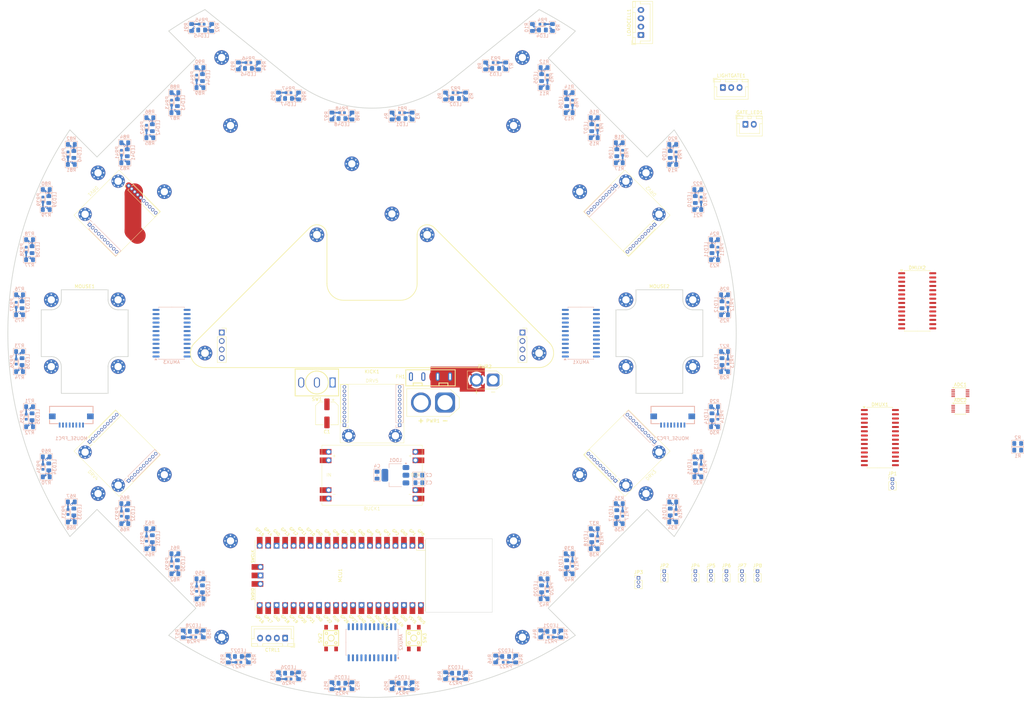
<source format=kicad_pcb>
(kicad_pcb (version 20240108) (generator "pcbnew") (generator_version "8.0")
  (layers (0 "F.Cu" signal) (1 "In1.Cu" signal) (2 "In2.Cu" signal) (31 "B.Cu" signal) (34 "B.Paste" user) (35 "F.Paste" user) (36 "B.SilkS" user "B.Silkscreen") (37 "F.SilkS" user "F.Silkscreen") (38 "B.Mask" user) (39 "F.Mask" user) (44 "Edge.Cuts" user))
  (net 0 "")
  (net 1 "/DRV3_IPROPI")
  (net 2 "/DRV1_IPROPI")
  (net 3 "+3V3")
  (net 4 "/DRV2_IPROPI")
  (net 5 "Net-(ADC1-ADDR)")
  (net 6 "GND")
  (net 7 "/ADC_INT1")
  (net 8 "/I2C0.SCL")
  (net 9 "/GATE")
  (net 10 "/I2C0.SDA")
  (net 11 "/LOADCELL_A-")
  (net 12 "Net-(ADC2-ADDR)")
  (net 13 "/LOADCELL_A+")
  (net 14 "/DRV4_IPROPI")
  (net 15 "/ADC_INT2")
  (net 16 "/DRV5_IPROPI")
  (net 17 "/line sensor array 1/LS10")
  (net 18 "/line sensor array 1/LS1")
  (net 19 "/line sensor array 1/LS15")
  (net 20 "/AMUX_S0")
  (net 21 "/AMUX_S3")
  (net 22 "/line sensor array 1/LS6")
  (net 23 "/line sensor array 1/LS14")
  (net 24 "/line sensor array 1/LS11")
  (net 25 "/line sensor array 1/LS7")
  (net 26 "/line sensor array 1/LS12")
  (net 27 "/AMUX_S2")
  (net 28 "/line sensor array 1/LS13")
  (net 29 "/line sensor array 1/LS3")
  (net 30 "/line sensor array 1/LS4")
  (net 31 "/AMUX_EN")
  (net 32 "/line sensor array 1/LS5")
  (net 33 "/line sensor array 1/LS16")
  (net 34 "/AMUX_S1")
  (net 35 "/line sensor array 1/LS9")
  (net 36 "/line sensor array 1/LS8")
  (net 37 "AMUX1_COM")
  (net 38 "/line sensor array 1/LS2")
  (net 39 "/line sensor array 2/LS9")
  (net 40 "/line sensor array 2/LS6")
  (net 41 "/line sensor array 2/LS3")
  (net 42 "AMUX2_COM")
  (net 43 "/line sensor array 2/LS5")
  (net 44 "/line sensor array 2/LS13")
  (net 45 "/line sensor array 2/LS2")
  (net 46 "/line sensor array 2/LS12")
  (net 47 "/line sensor array 2/LS14")
  (net 48 "/line sensor array 2/LS11")
  (net 49 "/line sensor array 2/LS8")
  (net 50 "/line sensor array 2/LS15")
  (net 51 "/line sensor array 2/LS1")
  (net 52 "/line sensor array 2/LS4")
  (net 53 "/line sensor array 2/LS16")
  (net 54 "/line sensor array 2/LS7")
  (net 55 "/line sensor array 2/LS10")
  (net 56 "/line sensor array 3/LS13")
  (net 57 "/line sensor array 3/LS8")
  (net 58 "/line sensor array 3/LS16")
  (net 59 "/line sensor array 3/LS9")
  (net 60 "/line sensor array 3/LS7")
  (net 61 "/line sensor array 3/LS12")
  (net 62 "/line sensor array 3/LS15")
  (net 63 "/line sensor array 3/LS3")
  (net 64 "/line sensor array 3/LS10")
  (net 65 "/line sensor array 3/LS4")
  (net 66 "/line sensor array 3/LS11")
  (net 67 "AMUX3_COM")
  (net 68 "/line sensor array 3/LS14")
  (net 69 "/line sensor array 3/LS5")
  (net 70 "/line sensor array 3/LS6")
  (net 71 "/line sensor array 3/LS1")
  (net 72 "/line sensor array 3/LS2")
  (net 73 "VCC")
  (net 74 "+5V")
  (net 75 "Net-(BUCK1-IN+)")
  (net 76 "/RX0")
  (net 77 "/TX0")
  (net 78 "/EN")
  (net 79 "/RUN")
  (net 80 "/SPI0.SCLK")
  (net 81 "Net-(DMUX1-A2)")
  (net 82 "/SPI0.MISO")
  (net 83 "/MOUSE2_MOT")
  (net 84 "Net-(DMUX1-A0)")
  (net 85 "/MOUSE1_MOT")
  (net 86 "Net-(DMUX1-A1)")
  (net 87 "/DRV5_NFAULT")
  (net 88 "/SPI0.MOSI")
  (net 89 "/MOUSE1_RST")
  (net 90 "/DMUX_SCS")
  (net 91 "/DRV2_NFAULT")
  (net 92 "/DMUX_RESET")
  (net 93 "/DRV1_NFAULT")
  (net 94 "/DMUX2_INT")
  (net 96 "/MOUSE2_RST")
  (net 97 "/DMUX1_INT")
  (net 98 "/DRV4_NFAULT")
  (net 99 "/DRV3_NFAULT")
  (net 100 "/DRV2_NSLEEP")
  (net 101 "/DRV1_NSLEEP")
  (net 102 "/DRV4_SCS")
  (net 103 "/DRV4_OFF")
  (net 105 "/DRV1_OFF")
  (net 106 "/DRV3_NSLEEP")
  (net 107 "/DRV4_NSLEEP")
  (net 108 "Net-(DMUX2-A0)")
  (net 109 "/DRV1_SCS")
  (net 110 "Net-(DMUX2-A2)")
  (net 111 "/DRV5_SCS")
  (net 112 "/DRV2_SCS")
  (net 113 "/DRV2_OFF")
  (net 114 "/DRV3_OFF")
  (net 115 "/DRV3_SCS")
  (net 116 "/DRV5_OFF")
  (net 117 "Net-(DMUX2-A1)")
  (net 118 "/DRV5_NSLEEP")
  (net 125 "/DRV1_IN1")
  (net 126 "/DRV1_IN2")
  (net 141 "/DRV2_IN1")
  (net 155 "/DRV2_IN2")
  (net 165 "/DRV3_IN2")
  (net 178 "/DRV3_IN1")
  (net 184 "/DRV4_IN1")
  (net 190 "/DRV4_IN2")
  (net 203 "/DRV5_IN1")
  (net 217 "/DRV5_IN2")
  (net 230 "/KICK")
  (net 330 "/MOUSE1_SCS")
  (net 331 "/MOUSE2_SCS")
  (net 334 "VCC_NFUSE")
  (net 344 "Net-(LED1-K)")
  (net 345 "Net-(LED2-K)")
  (net 346 "Net-(LED3-K)")
  (net 347 "Net-(LED4-K)")
  (net 348 "Net-(LED5-K)")
  (net 349 "Net-(LED6-K)")
  (net 350 "Net-(LED7-K)")
  (net 351 "Net-(LED8-K)")
  (net 352 "Net-(LED9-K)")
  (net 353 "Net-(LED10-K)")
  (net 354 "Net-(LED11-K)")
  (net 355 "Net-(LED12-K)")
  (net 356 "Net-(LED13-K)")
  (net 357 "Net-(LED14-K)")
  (net 358 "Net-(LED15-K)")
  (net 359 "Net-(LED16-K)")
  (net 360 "Net-(LED17-K)")
  (net 361 "Net-(LED18-K)")
  (net 362 "Net-(LED19-K)")
  (net 363 "Net-(LED20-K)")
  (net 364 "Net-(LED21-K)")
  (net 365 "Net-(LED22-K)")
  (net 366 "Net-(LED23-K)")
  (net 367 "Net-(LED24-K)")
  (net 368 "Net-(LED25-K)")
  (net 369 "Net-(LED26-K)")
  (net 370 "Net-(LED27-K)")
  (net 371 "Net-(LED28-K)")
  (net 372 "Net-(LED29-K)")
  (net 373 "Net-(LED30-K)")
  (net 374 "Net-(LED31-K)")
  (net 375 "Net-(LED32-K)")
  (net 376 "Net-(LED33-K)")
  (net 377 "Net-(LED34-K)")
  (net 378 "Net-(LED35-K)")
  (net 379 "Net-(LED36-K)")
  (net 380 "Net-(LED37-K)")
  (net 381 "Net-(LED38-K)")
  (net 382 "Net-(LED39-K)")
  (net 383 "Net-(LED40-K)")
  (net 384 "Net-(LED41-K)")
  (net 385 "Net-(LED42-K)")
  (net 386 "Net-(LED43-K)")
  (net 387 "Net-(LED44-K)")
  (net 388 "Net-(LED45-K)")
  (net 389 "Net-(LED46-K)")
  (net 390 "Net-(LED47-K)")
  (net 391 "Net-(LED48-K)")
  (footprint "MountingHole:MountingHole_2.2mm_M2_Pad_Via" (layer "F.Cu") (at -82 -48)
    (property "Reference" "H18")
    (property "Value" "MountingHole_Pad")
  )
  (footprint "Package_SO:SOIC-28W_7.5x17.9mm_P1.27mm" (layer "F.Cu") (at 152 31.25)
    (property "Reference" "DMUX1")
    (property "Value" "MCP23S17_SO")
  )
  (footprint "custom:DRV8224_breakout" (layer "F.Cu") (at -75.973 -45.49666 -135)
    (property "Reference" "DRV1")
    (property "Value" "~")
  )
  (footprint "Connector_AMASS:AMASS_XT60-M_1x02_P7.20mm_Vertical" (layer "F.Cu") (at 21.85 20.75 180)
    (property "Reference" "PWR1")
    (property "Value" "XT60-M")
  )
  (footprint "Package_SO:TSSOP-10_3x3mm_P0.5mm" (layer "F.Cu") (at 176.0825 17.9575)
    (property "Reference" "ADC1")
    (property "Value" "ADS1115IDGSR")
  )
  (footprint "MountingHole:MountingHole_2.2mm_M2_Pad_Via" (layer "F.Cu") (at 62.15469 42.356)
    (property "Reference" "H5")
    (property "Value" "MountingHole_Pad")
  )
  (footprint "custom:kicker" (layer "F.Cu") (at 0 10.295)
    (property "Reference" "KICK1")
    (property "Value" "~" (hide yes))
  )
  (footprint "custom:PMW3360_breakout" (layer "F.Cu") (at 86 0 -90)
    (property "Reference" "MOUSE2")
    (property "Value" "~" (hide yes))
    (fp_line (start -7 13) (end -7 10.000002) (stroke (width 0.2)) (layer "Edge.Cuts"))
    (fp_line (start 7 13) (end -7 13) (stroke (width 0.2)) (layer "Edge.Cuts"))
    (fp_line (start 7 10.000001) (end 7 13) (stroke (width 0.2)) (layer "Edge.Cuts"))
    (fp_line (start -13 7) (end -13 -7) (stroke (width 0.2)) (layer "Edge.Cuts"))
    (fp_line (start -10.000001 7) (end -13 7) (stroke (width 0.2)) (layer "Edge.Cuts"))
    (fp_line (start 18 7) (end 10.000001 7) (stroke (width 0.2)) (layer "Edge.Cuts"))
    (fp_line (start -13 -7) (end -10.000001 -7) (stroke (width 0.2)) (layer "Edge.Cuts"))
    (fp_line (start 10.000001 -7) (end 18 -7) (stroke (width 0.2)) (layer "Edge.Cuts"))
    (fp_line (start 18 -7) (end 18 7) (stroke (width 0.2)) (layer "Edge.Cuts"))
    (fp_line (start -7 -10.000001) (end -7 -13) (stroke (width 0.2)) (layer "Edge.Cuts"))
    (fp_line (start -7 -13) (end 7 -13) (stroke (width 0.2)) (layer "Edge.Cuts"))
    (fp_line (start 7 -13) (end 7 -10.000001) (stroke (width 0.2)) (layer "Edge.Cuts"))
    (fp_arc (start 7 10.000001) (mid 7.87868 7.87868) (end 10.000001 7) (stroke (width 0.2)) (layer "Edge.Cuts"))
    (fp_arc (start -10.000001 7) (mid -7.87868 7.87868) (end -7 10.000002) (stroke (width 0.2)) (layer "Edge.Cuts"))
    (fp_arc (start 10.000001 -7) (mid 7.87868 -7.87868) (end 7 -10.000001) (stroke (width 0.2)) (layer "Edge.Cuts"))
    (fp_arc (start -7 -10.000001) (mid -7.87868 -7.87868) (end -10.000001 -7) (stroke (width 0.2)) (layer "Edge.Cuts"))
  )
  (footprint "custom:DRV8224_breakout" (layer "F.Cu") (at 75.973 45.497 45)
    (property "Reference" "DRV3")
    (property "Value" "~")
  )
  (footprint "MountingHole:MountingHole_2.2mm_M2_Pad_Via" (layer "F.Cu") (at -42.3557 -62.15469)
    (property "Reference" "H2")
    (property "Value" "MountingHole_Pad")
  )
  (footprint "Connector_AMASS:AMASS_XT30U-F_1x02_P5.0mm_Vertical" (layer "F.Cu") (at 36.25 14 180)
    (property "Reference" "PWR2")
    (property "Value" "XT30-F")
  )
  (footprint "EasyEDA:SW-SMD_4P-L4.5-W4.5-P3.00-LS6.8" (layer "F.Cu") (at -12.25 91.25 90)
    (property "Reference" "SW2")
    (property "Value" "TS4535TP 250GF 009")
  )
  (footprint "RP-Pico Libraries:RPi_Pico_SMD_TH_USBC_cable_cutout" (layer "F.Cu") (at -9.5 72.5 -90)
    (property "Reference" "MCU1")
    (property "Value" "Pico")
    (fp_rect (start -11 -45.5) (end 11 -25.5) (stroke (width 0.1)) (fill none) (layer "Edge.Cuts"))
  )
  (footprint "MountingHole:MountingHole_2.2mm_M2_Pad_Via" (layer "F.Cu") (at -62.15469 42.356)
    (property "Reference" "H8")
    (property "Value" "MountingHole_Pad")
  )
  (footprint "Connector_PinHeader_1.27mm:PinHeader_1x03_P1.27mm_Vertical" (layer "F.Cu") (at 106.075 71.25)
    (property "Reference" "JP6")
    (property "Value" "Jumper_3_Bridged12")
  )
  (footprint "Connector_PinHeader_1.27mm:PinHeader_1x03_P1.27mm_Vertical" (layer "F.Cu") (at 155.75 43.725)
    (property "Reference" "JP1")
    (property "Value" "Jumper_3_Bridged12")
  )
  (footprint "Connector_PinHeader_1.27mm:PinHeader_1x03_P1.27mm_Vertical" (layer "F.Cu") (at 79.75 73.225)
    (property "Reference" "JP3")
    (property "Value" "Jumper_3_Bridged12")
  )
  (footprint "custom:DRV8224_breakout" (layer "F.Cu") (at -85.87246 35.59717 -45)
    (property "Reference" "DRV4")
    (property "Value" "~")
  )
  (footprint "Connector_PinHeader_1.27mm:PinHeader_1x03_P1.27mm_Vertical" (layer "F.Cu") (at 101.425 71.25)
    (property "Reference" "JP5")
    (property "Value" "Jumper_3_Bridged12")
  )
  (footprint "custom:DRV8224_breakout" (layer "F.Cu") (at 85.87246 -35.59717 135)
    (property "Reference" "DRV2")
    (property "Value" "~")
  )
  (footprint "Connector_JST:JST_XH_B4B-XH-A_1x04_P2.50mm_Vertical" (layer "F.Cu") (at -26 91.25 180)
    (property "Reference" "CTRL1")
    (property "Value" "Conn_01x04")
  )
  (footprint "Connector_PinHeader_1.27mm:PinHeader_1x03_P1.27mm_Vertical" (layer "F.Cu") (at 96.775 71.25)
    (property "Reference" "JP4")
    (property "Value" "Jumper_3_Bridged23")
  )
  (footprint "custom:PMW3360_breakout" (layer "F.Cu") (at -86 0 -90)
    (property "Reference" "MOUSE1")
    (property "Value" "~" (hide yes))
    (fp_line (start -7 13) (end -7 10.000002) (stroke (width 0.2)) (layer "Edge.Cuts"))
    (fp_line (start 7 13) (end -7 13) (stroke (width 0.2)) (layer "Edge.Cuts"))
    (fp_line (start 7 10.000001) (end 7 13) (stroke (width 0.2)) (layer "Edge.Cuts"))
    (fp_line (start -13 7) (end -13 -7) (stroke (width 0.2)) (layer "Edge.Cuts"))
    (fp_line (start -10.000001 7) (end -13 7) (stroke (width 0.2)) (layer "Edge.Cuts"))
    (fp_line (start 18 7) (end 10.000001 7) (stroke (width 0.2)) (layer "Edge.Cuts"))
    (fp_line (start -13 -7) (end -10.000001 -7) (stroke (width 0.2)) (layer "Edge.Cuts"))
    (fp_line (start 10.000001 -7) (end 18 -7) (stroke (width 0.2)) (layer "Edge.Cuts"))
    (fp_line (start 18 -7) (end 18 7) (stroke (width 0.2)) (layer "Edge.Cuts"))
    (fp_line (start -7 -10.000001) (end -7 -13) (stroke (width 0.2)) (layer "Edge.Cuts"))
    (fp_line (start -7 -13) (end 7 -13) (stroke (width 0.2)) (layer "Edge.Cuts"))
    (fp_line (start 7 -13) (end 7 -10.000001) (stroke (width 0.2)) (layer "Edge.Cuts"))
    (fp_arc (start 7 10.000001) (mid 7.87868 7.87868) (end 10.000001 7) (stroke (width 0.2)) (layer "Edge.Cuts"))
    (fp_arc (start -10.000001 7) (mid -7.87868 7.87868) (end -7 10.000002) (stroke (width 0.2)) (layer "Edge.Cuts"))
    (fp_arc (start 10.000001 -7) (mid 7.87868 -7.87868) (end 7 -10.000001) (stroke (width 0.2)) (layer "Edge.Cuts"))
    (fp_arc (start -7 -10.000001) (mid -7.87868 -7.87868) (end -10.000001 -7) (stroke (width 0.2)) (layer "Edge.Cuts"))
  )
  (footprint "MountingHole:MountingHole_2.2mm_M2_Pad_Via" (layer "F.Cu") (at -6.05 -50.70556)
    (property "Reference" "H9")
    (property "Value" "MountingHole_Pad")
  )
  (footprint "MountingHole:MountingHole_2.2mm_M2_Pad_Via" (layer "F.Cu") (at -62.15469 -42.3557)
    (property "Reference" "H1")
    (property "Value" "MountingHole_Pad")
  )
  (footprint "MountingHole:MountingHole_2.2mm_M2_Pad_Via" (layer "F.Cu") (at 82 -48)
    (property "Reference" "H13")
    (property "Value" "MountingHole_Pad")
  )
  (footprint "Package_SO:SOIC-28W_7.5x17.9mm_P1.27mm" (layer "F.Cu") (at 163.1725 -9.6925)
    (property "Reference" "DMUX2")
    (property "Value" "MCP23S17_SO")
  )
  (footprint "MountingHole:MountingHole_2.2mm_M2_Pad_Via" (layer "F.Cu") (at 82 48)
    (property "Reference" "H14")
    (property "Value" "MountingHole_Pad")
  )
  (footprint "MountingHole:MountingHole_2.2mm_M2_Pad_Via" (layer "F.Cu") (at 5.95 -35.70556)
    (property "Reference" "H10")
    (property "Value" "MountingHole_Pad")
  )
  (footprint "MountingHole:MountingHole_2.2mm_M2_Pad_Via" (layer "F.Cu") (at 45 -82.5)
    (property "Reference" "H12")
    (property "Value" "MountingHole_Pad")
  )
  (footprint "Connector_JST:JST_XH_B3B-XH-A_1x03_P2.50mm_Vertical" (layer "F.Cu") (at 105 -73.525)
    (property "Reference" "LIGHTGATE1")
    (property "Value" "Conn_01x03")
  )
  (footprint "Package_SO:TSSOP-10_3x3mm_P0.5mm" (layer "F.Cu") (at 176.0825 22.6075)
    (property "Reference" "ADC2")
    (property "Value" "ADS1115IDGSR")
  )
  (footprint "MountingHole:MountingHole_2.2mm_M2_Pad_Via" (layer "F.Cu") (at -42.3557 62.155)
    (property "Reference" "H7")
    (property "Value" "MountingHole_Pad")
  )
  (footprint "Connector_PinHeader_1.27mm:PinHeader_1x03_P1.27mm_Vertical" (layer "F.Cu") (at 87.475 71.25)
    (property "Reference" "JP2")
    (property "Value" "Jumper_3_Bridged12")
  )
  (footprint "Connector_JST:JST_XH_B4B-XH-A_1x04_P2.50mm_Vertical" (layer "F.Cu") (at 80.475 -89.25 90)
    (property "Reference" "LOADCELL1")
    (property "Value" "Conn_01x04")
  )
  (footprint "EasyEDA:SW-TH_MT-0-103-A101-M200-RS" (layer "F.Cu") (at -16.5 14.75 180)
    (property "Reference" "SW1")
    (property "Value" "MT-0-102-A101-M200-RS+PJ")
  )
  (footprint "custom:DRV8224_breakout" (layer "F.Cu") (at -7 30.68742)
    (property "Reference" "DRV5")
    (property "Value" "~")
  )
  (footprint "Connector_PinHeader_1.27mm:PinHeader_1x03_P1.27mm_Vertical" (layer "F.Cu") (at 115.375 71.25)
    (property "Reference" "JP8")
    (property "Value" "Jumper_3_Bridged23")
  )
  (footprint "MountingHole:MountingHole_2.2mm_M2_Pad_Via" (layer "F.Cu") (at 45 91)
    (property "Reference" "H15")
    (property "Value" "MountingHole_Pad")
  )
  (footprint "Connector_PinHeader_1.27mm:PinHeader_1x03_P1.27mm_Vertical" (layer "F.Cu") (at 110.725 71.25)
    (property "Reference" "JP7")
    (property "Value" "Jumper_3_Bridged12")
  )
  (footprint "MountingHole:MountingHole_2.2mm_M2_Pad_Via" (layer "F.Cu") (at -82 48)
    (property "Reference" "H17")
    (property "Value" "MountingHole_Pad")
  )
  (footprint "MountingHole:MountingHole_2.2mm_M2_Pad_Via" (layer "F.Cu") (at 42.3557 62.15469)
    (property "Reference" "H6")
    (property "Value" "MountingHole_Pad")
  )
  (footprint "Connector_JST:JST_XH_B2B-XH-A_1x02_P2.50mm_Vertical" (layer "F.Cu") (at 111.75 -62.525)
    (property "Reference" "GATE_LED1")
    (property "Value" "Conn_01x02")
  )
  (footprint "MountingHole:MountingHole_2.2mm_M2_Pad_Via" (layer "F.Cu") (at 42.3557 -62.15469)
    (property "Reference" "H3")
    (property "Value" "MountingHole_Pad")
  )
  (footprint "EasyEDA:FUSE-TH_XF-506P" (layer "F.Cu") (at 17.5 13)
    (property "Reference" "FH1")
    (property "Value" "XF-506P")
  )
  (footprint "custom:mini560" (layer "F.Cu") (at 0 42.5)
    (property "Reference" "BUCK1")
    (property "Value" "~")
  )
  (footprint "MountingHole:MountingHole_2.2mm_M2_Pad_Via" (layer "F.Cu") (at -45 91)
    (property "Reference" "H16")
    (property "Value" "MountingHole_Pad")
  )
  (footprint "MountingHole:MountingHole_2.2mm_M2_Pad_Via" (layer "F.Cu") (at -45 -82.5)
    (property "Reference" "H11")
    (property "Value" "MountingHole_Pad")
  )
  (footprint "MountingHole:MountingHole_2.2mm_M2_Pad_Via" (layer "F.Cu") (at 62.15469 -42.3557)
    (property "Reference" "H4")
    (property "Value" "MountingHole_Pad")
  )
  (footprint "Capacitor_SMD:CP_Elec_6.3x7.7" (layer "F.Cu") (at -13.5 24 -90)
    (property "Reference" "C1")
    (property "Value" "150uF")
  )
  (footprint "EasyEDA:SW-SMD_4P-L4.5-W4.5-P3.00-LS6.8" (layer "F.Cu") (at 12.5 91.25 -90)
    (property "Reference" "SW3")
    (property "Value" "TS4535TP 250GF 009")
  )
  (footprint "EasyEDA:SENSORS-SMD_ALS-PT19" (layer "B.Cu") (at 60 -69 -90)
    (property "Reference" "PR6")
    (property "Value" "ALS-PT19")
  )
  (footprint "PCM_Resistor_SMD_AKL:R_0805_2012Metric_Pad1.15x1.40mm_HandSolder" (layer "B.Cu") (at -54 -91.5 -90)
    (property "Reference" "R91")
    (property "Value" "4.7k")
  )
  (footprint "PCM_Resistor_SMD_AKL:R_0805_2012Metric_Pad1.15x1.40mm_HandSolder" (layer "B.Cu") (at -97.500001 -43)
    (property "Reference" "R80")
    (property "Value" "220R")
  )
  (footprint "EasyEDA:SENSORS-SMD_ALS-PT19" (layer "B.Cu") (at 75 54 90)
    (property "Reference" "PR17")
    (property "Value" "ALS-PT19")
  )
  (footprint "EasyEDA:SENSORS-SMD_ALS-PT19" (layer "B.Cu") (at -25 103.5 180)
    (property "Reference" "PR26")
    (property "Value" "ALS-PT19")
  )
  (footprint "Diode_SMD:D_0805_2012Metric_Pad1.15x1.40mm_HandSolder" (layer "B.Cu") (at 50.749998 76.5 90)
    (property "Reference" "LED20")
    (property "Value" "2.8-3.4V 1400mcd@20mA")
  )
  (footprint "Package_SO:SOIC-24W_7.5x15.4mm_P1.27mm" (layer "B.Cu") (at 62.5 0)
    (property "Reference" "AMUX1")
    (property "Value" "CD74HC4067M")
  )
  (footprint "EasyEDA:SENSORS-SMD_ALS-PT19" (layer "B.Cu") (at 60 69 90)
    (property "Reference" "PR19")
    (property "Value" "ALS-PT19")
  )
  (footprint "Diode_SMD:D_0805_2012Metric_Pad1.15x1.40mm_HandSolder" (layer "B.Cu") (at 89.249998 53.5 90)
    (property "Reference" "LED16")
    (property "Value" "2.8-3.4V 1400mcd@20mA")
  )
  (footprint "PCM_Resistor_SMD_AKL:R_0805_2012Metric_Pad1.15x1.40mm_HandSolder" (layer "B.Cu") (at -50.5 90.000001 90)
    (property "Reference" "R58")
    (property "Value" "220R")
  )
  (footprint "Diode_SMD:D_0805_2012Metric_Pad1.15x1.40mm_HandSolder" (layer "B.Cu") (at 58.249998 69 90)
    (property "Reference" "LED19")
    (property "Value" "2.8-3.4V 1400mcd@20mA")
  )
  (footprint "PCM_Resistor_SMD_AKL:R_0805_2012Metric_Pad1.15x1.40mm_HandSolder" (layer "B.Cu") (at -74 51)
    (property "Reference" "R65")
    (property "Value" "4.7k")
  )
  (footprint "PCM_Resistor_SMD_AKL:R_0805_2012Metric_Pad1.15x1.40mm_HandSolder" (layer "B.Cu") (at -102.5 -22)
    (property "Reference" "R77")
    (property "Value" "4.7k")
  )
  (footprint "Package_TO_SOT_SMD:SOT-223-3_TabPin2" (layer "B.Cu") (at 7 42.5 180)
    (property "Reference" "LDO1")
    (property "Value" "TLV1117-33")
  )
  (footprint "PCM_Capacitor_SMD_AKL:C_0805_2012Metric_Pad1.15x1.40mm_HandSolder" (layer "B.Cu") (at 14 42.5 180)
    (property "Reference" "C2")
    (property "Value" "22uF")
  )
  (footprint "PCM_Resistor_SMD_AKL:R_0805_2012Metric_Pad1.15x1.40mm_HandSolder" (layer "B.Cu") (at 66.5 58.5 180)
    (property "Reference" "R37")
    (property "Value" "4.7k")
  )
  (footprint "PCM_Resistor_SMD_AKL:R_0805_2012Metric_Pad1.15x1.40mm_HandSolder" (layer "B.Cu") (at 66.500001 64.5 180)
    (property "Reference" "R38")
    (property "Value" "220R")
  )
  (footprint "PCM_Resistor_SMD_AKL:R_0805_2012Metric_Pad1.15x1.40mm_HandSolder" (layer "B.Cu") (at 105.5 -11.5 180)
    (property "Reference" "R26")
    (property "Value" "220R")
  )
  (footprint "EasyEDA:SENSORS-SMD_ALS-PT19" (layer "B.Cu") (at 98.5 40 90)
    (property "Reference" "PR15")
    (property "Value" "ALS-PT19")
  )
  (footprint "PCM_Resistor_SMD_AKL:R_0805_2012Metric_Pad1.15x1.40mm_HandSolder" (layer "B.Cu") (at -90 -50.5)
    (property "Reference" "R81")
    (property "Value" "4.7k")
  )
  (footprint "EasyEDA:SENSORS-SMD_ALS-PT19" (layer "B.Cu") (at -51 -92.5 180)
    (property "Reference" "PR45")
    (property "Value" "ALS-PT19")
  )
  (footprint "PCM_Resistor_SMD_AKL:R_0805_2012Metric_Pad1.15x1.40mm_HandSolder" (layer "B.Cu") (at 102.5 22 180)
    (property "Reference" "R29")
    (property "Value" "4.7k")
  )
  (footprint "PCM_Resistor_SMD_AKL:R_0805_2012Metric_Pad1.15x1.40mm_HandSolder" (layer "B.Cu") (at 56.5 90 90)
    (property "Reference" "R43")
    (property "Value" "4.7k")
  )
  (footprint "EasyEDA:SENSORS-SMD_ALS-PT19" (layer "B.Cu") (at 9 -66)
    (property "Reference" "PR1")
    (property "Value" "ALS-PT19")
  )
  (footprint "Diode_SMD:D_0805_2012Metric_Pad1.15x1.40mm_HandSolder" (layer "B.Cu") (at -104.75 8.5 90)
    (property "Reference" "LED36")
    (property "Value" "2.8-3.4V 1400mcd@20mA")
  )
  (footprint "EasyEDA:SENSORS-SMD_ALS-PT19" (layer "B.Cu") (at 9 106.5)
    (property "Reference" "PR24")
    (property "Value" "ALS-PT19")
  )
  (footprint "PCM_Resistor_SMD_AKL:R_0805_2012Metric_Pad1.15x1.40mm_HandSolder" (layer "B.Cu") (at -51.5 73.5)
    (property "Reference" "R59")
    (property "Value" "4.7k")
  )
  (footprint "EasyEDA:SENSORS-SMD_ALS-PT19" (layer "B.Cu") (at 106.5 8.5 90)
    (property "Reference" "PR13")
    (property "Value" "ALS-PT19")
  )
  (footprint "Diode_SMD:D_0805_2012Metric_Pad1.15x1.40mm_HandSolder" (layer "B.Cu") (at -58.25 69 90)
    (property "Reference" "LED30")
    (property "Value" "2.8-3.4V 1400mcd@20mA")
  )
  (footprint "EasyEDA:SENSORS-SMD_ALS-PT19" (layer "B.Cu") (at -103.5 25 90)
    (property "Reference" "PR35")
    (property "Value" "ALS-PT19")
  )
  (footprint "PCM_Resistor_SMD_AKL:R_0805_2012Metric_Pad1.15x1.40mm_HandSolder" (layer "B.Cu") (at 66.5 -64.5 180)
    (property "Reference" "R16")
    (property "Value" "220R")
  )
  (footprint "PCM_Resistor_SMD_AKL:R_0805_2012Metric_Pad1.15x1.40mm_HandSolder" (layer "B.Cu") (at -90.000001 56.5)
    (property "Reference" "R68")
    (property "Value" "220R")
  )
  (footprint "Diode_SMD:D_0805_2012Metric_Pad1.15x1.40mm_HandSolder" (layer "B.Cu") (at 9 104.749998)
    (property "Reference" "LED24")
    (property "Value" "2.8-3.4V 1400mcd@20mA")
  )
  (footprint "EasyEDA:SENSORS-SMD_ALS-PT19" (layer "B.Cu") (at -98.5 -40 -90)
    (property "Reference" "PR39")
    (property "Value" "ALS-PT19")
  )
  (footprint "EasyEDA:SENSORS-SMD_ALS-PT19" (layer "B.Cu") (at -60 69 90)
    (property "Reference" "PR30")
    (property "Value" "ALS-PT19")
  )
  (footprint "PCM_Resistor_SMD_AKL:R_0805_2012Metric_Pad1.15x1.40mm_HandSolder" (layer "B.Cu") (at -48 -91.5 -90)
    (property "Reference" "R92")
    (property "Value" "220R")
  )
  (footprint "PCM_Resistor_SMD_AKL:R_0805_2012Metric_Pad1.15x1.40mm_HandSolder" (layer "B.Cu") (at -59.000001 -72)
    (property "Reference" "R88")
    (property "Value" "220R")
  )
  (footprint "PCM_Resistor_SMD_AKL:R_0805_2012Metric_Pad1.15x1.40mm_HandSolder" (layer "B.Cu") (at 22 102.500001 90)
    (property "Reference" "R48")
    (property "Value" "220R")
  )
  (footprint "PCM_Resistor_SMD_AKL:R_0805_2012Metric_Pad1.15x1.40mm_HandSolder" (layer "B.Cu") (at -51.500001 79.5)
    (property "Reference" "R60")
    (property "Value" "220R")
  )
  (footprint "PCM_Resistor_SMD_AKL:R_0805_2012Metric_Pad1.15x1.40mm_HandSolder" (layer "B.Cu") (at -40 -80 -90)
    (property "Reference" "R93")
    (property "Value" "4.7k")
  )
  (footprint "PCM_Resistor_SMD_AKL:R_0805_2012Metric_Pad1.15x1.40mm_HandSolder" (layer "B.Cu") (at 105.500001 -5.5 180)
    (property "Reference" "R25")
    (property "Value" "4.7k")
  )
  (footprint "PCM_Resistor_SMD_AKL:R_0805_2012Metric_Pad1.15x1.40mm_HandSolder" (layer "B.Cu") (at -12 -65 -90)
    (property "Reference" "R97")
    (property "Value" "4.7k")
  )
  (footprint "Diode_SMD:D_0805_2012Metric_Pad1.15x1.40mm_HandSolder" (layer "B.Cu") (at 9 -64.25)
    (property "Reference" "LED1")
    (property "Value" "2.8-3.4V 1400mcd@20mA")
  )
  (footprint "PCM_Resistor_SMD_AKL:R_0805_2012Metric_Pad1.15x1.40mm_HandSolder" (layer "B.Cu") (at 28 102.5 90)
    (property "Reference" "R47")
    (property "Value" "4.7k")
  )
  (footprint "EasyEDA:SENSORS-SMD_ALS-PT19" (layer "B.Cu") (at -52.5 -76.5 -90)
    (property "Reference" "PR44")
    (property "Value" "ALS-PT19")
  )
  (footprint "PCM_Resistor_SMD_AKL:R_0805_2012Metric_Pad1.15x1.40mm_HandSolder" (layer "B.Cu") (at 90.000001 -50.5 180)
    (property "Reference" "R19")
    (property "Value" "4.7k")
  )
  (footprint "PCM_Resistor_SMD_AKL:R_0805_2012Metric_Pad1.15x1.40mm_HandSolder" (layer "B.Cu") (at -97.5 -37)
    (property "Reference" "R79")
    (property "Value" "4.7k")
  )
  (footprint "PCM_Resistor_SMD_AKL:R_0805_2012Metric_Pad1.15x1.40mm_HandSolder" (layer "B.Cu") (at -105.5 5.5)
    (property "Reference" "R73")
    (property "Value" "4.7k")
  )
  (footprint "Diode_SMD:D_0805_2012Metric_Pad1.15x1.40mm_HandSolder" (layer "B.Cu") (at -53.5 89.25 180)
    (property "Reference" "LED28")
    (property "Value" "2.8-3.4V 1400mcd@20mA")
  )
  (footprint "EasyEDA:SENSORS-SMD_ALS-PT19" (layer "B.Cu") (at 103.5 25 90)
    (property "Reference" "PR14")
    (property "Value" "ALS-PT19")
  )
  (footprint "PCM_Resistor_SMD_AKL:R_0805_2012Metric_Pad1.15x1.40mm_HandSolder" (layer "B.Cu") (at -28 102.5 90)
    (property "Reference" "R53")
    (property "Value" "4.7k")
  )
  (footprint "PCM_Resistor_SMD_AKL:R_0805_2012Metric_Pad1.15x1.40mm_HandSolder" (layer "B.Cu") (at -34 -80 -90)
    (property "Reference" "R94")
    (property "Value" "220R")
  )
  (footprint "Diode_SMD:D_0805_2012Metric_Pad1.15x1.40mm_HandSolder" (layer "B.Cu") (at -25 -70.249998 180)
    (property "Reference" "LED47")
    (property "Value" "2.8-3.4V 1400mcd@20mA")
  )
  (footprint "Diode_SMD:D_0805_2012Metric_Pad1.15x1.40mm_HandSolder" (layer "B.Cu") (at -89.25 53.5 90)
    (property "Reference" "LED33")
    (property "Value" "2.8-3.4V 1400mcd@20mA")
  )
  (footprint "Diode_SMD:D_0805_2012Metric_Pad1.15x1.40mm_HandSolder" (layer "B.Cu") (at 96.749998 40 90)
    (property "Reference" "LED15")
    (property "Value" "2.8-3.4V 1400mcd@20mA")
  )
  (footprint "EasyEDA:FPC-SMD_8P-P1.00_DEALON_FC10-S08FCT-00" (layer "B.Cu") (at 90 26.1875)
    (property "Reference" "MOUSE_FPC2")
    (property "Value" "FC10-S08FCT-00")
  )
  (footprint "EasyEDA:SENSORS-SMD_ALS-PT19" (layer "B.Cu") (at -75 54 90)
    (property "Reference" "PR32")
    (property "Value" "ALS-PT19")
  )
  (footprint "PCM_Resistor_SMD_AKL:R_0805_2012Metric_Pad1.15x1.40mm_HandSolder" (layer "B.Cu") (at 6 105.500001 90)
    (property "Reference" "R50")
    (property "Value" "220R")
  )
  (footprint "Diode_SMD:D_0805_2012Metric_Pad1.15x1.40mm_HandSolder" (layer "B.Cu") (at 65.75 -61.5 -90)
    (property "Reference" "LED7")
    (property "Value" "2.8-3.4V 1400mcd@20mA")
  )
  (footprint "PCM_Resistor_SMD_AKL:R_0805_2012Metric_Pad1.15x1.40mm_HandSolder" (layer "B.Cu") (at 105.5 5.5 180)
    (property "Reference" "R27")
    (property "Value" "4.7k")
  )
  (footprint "EasyEDA:SENSORS-SMD_ALS-PT19" (layer "B.Cu") (at 91 53.5 90)
    (property "Reference" "PR16")
    (property "Value" "ALS-PT19")
  )
  (footprint "PCM_Resistor_SMD_AKL:R_0805_2012Metric_Pad1.15x1.40mm_HandSolder" (layer "B.Cu") (at 51.5 73.5 180)
    (property "Reference" "R41")
    (property "Value" "4.7k")
  )
  (footprint "PCM_Resistor_SMD_AKL:R_0805_2012Metric_Pad1.15x1.40mm_HandSolder" (layer "B.Cu") (at 12 105.5 90)
    (property "Reference" "R49")
    (property "Value" "4.7k")
  )
  (footprint "Diode_SMD:D_0805_2012Metric_Pad1.15x1.40mm_HandSolder" (layer "B.Cu") (at -65.749998 -61.5 -90)
    (property "Reference" "LED42")
    (property "Value" "2.8-3.4V 1400mcd@20mA")
  )
  (footprint "PCM_Resistor_SMD_AKL:R_0805_2012Metric_Pad1.15x1.40mm_HandSolder" (layer "B.Cu") (at -59 66)
    (property "Reference" "R61")
    (property "Value" "4.7k")
  )
  (footprint "Diode_SMD:D_0805_2012Metric_Pad1.15x1.40mm_HandSolder" (layer "B.Cu") (at -58.249998 -69 -90)
    (property "Reference" "LED43")
    (property "Value" "2.8-3.4V 1400mcd@20mA")
  )
  (footprint "PCM_Resistor_SMD_AKL:R_0805_2012Metric_Pad1.15x1.40mm_HandSolder" (layer "B.Cu") (at 74.000001 57 180)
    (property "Reference" "R36")
    (property "Value" "220R")
  )
  (footprint "EasyEDA:SENSORS-SMD_ALS-PT19" (layer "B.Cu") (at 37 -81)
    (property "Reference" "PR3")
    (property "Value" "ALS-PT19")
  )
  (footprint "Diode_SMD:D_0805_2012Metric_Pad1.15x1.40mm_HandSolder" (layer "B.Cu") (at -89.249998 -53.5 -90)
    (property "Reference" "LED40")
    (property "Value" "2.8-3.4V 1400mcd@20mA")
  )
  (footprint "PCM_Resistor_SMD_AKL:R_0805_2012Metric_Pad1.15x1.40mm_HandSolder" (layer "B.Cu") (at 102.500001 28 180)
    (property "Reference" "R30")
    (property "Value" "220R")
  )
  (footprint "PCM_Resistor_SMD_AKL:R_0805_2012Metric_Pad1.15x1.40mm_HandSolder" (layer "B.Cu") (at 102.500001 -22 180)
    (property "Reference" "R23")
    (property "Value" "4.7k")
  )
  (footprint "Package_SO:SOIC-24W_7.5x15.4mm_P1.27mm" (layer "B.Cu") (at 0 92.5 90)
    (property "Reference" "AMUX2")
    (property "Value" "CD74HC4067M")
  )
  (footprint "Diode_SMD:D_0805_2012Metric_Pad1.15x1.40mm_HandSolder" (layer "B.Cu") (at -37 -79.249998 180)
    (property "Reference" "LED46")
    (property "Value" "2.8-3.4V 1400mcd@20mA")
  )
  (footprint "PCM_Resistor_SMD_AKL:R_0805_2012Metric_Pad1.15x1.40mm_HandSolder" (layer "B.Cu") (at -22 -71 -90)
    (property "Reference" "R96")
    (property "Value" "220R")
  )
  (footprint "PCM_Resistor_SMD_AKL:R_0805_2012Metric_Pad1.15x1.40mm_HandSolder" (layer "B.Cu") (at 66.500001 -58.5 180)
    (property "Reference" "R15")
    (property "Value" "4.7k")
  )
  (footprint "PCM_Resistor_SMD_AKL:R_0805_2012Metric_Pad1.15x1.40mm_HandSolder" (layer "B.Cu") (at 193.249999 35 180)
    (property "Reference" "R1")
    (property "Value" "2.7K")
  )
  (footprint "Diode_SMD:D_0805_2012Metric_Pad1.15x1.40mm_HandSolder" (layer "B.Cu") (at 96.75 -40 -90)
    (property "Reference" "LED10")
    (property "Value" "2.8-3.4V 1400mcd@20mA")
  )
  (footprint "PCM_Resistor_SMD_AKL:R_0805_2012Metric_Pad1.15x1.40mm_HandSolder" (layer "B.Cu") (at 59 -72 180)
    (property "Reference" "R14")
    (property "Value" "220R")
  )
  (footprint "PCM_Resistor_SMD_AKL:R_0805_2012Metric_Pad1.15x1.40mm_HandSolder" (layer "B.Cu") (at -66.500001 -64.5)
    (property "Reference" "R86")
    (property "Value" "220R")
  )
  (footprint "EasyEDA:SENSORS-SMD_ALS-PT19" (layer "B.Cu") (at 52.5 76.5 90)
    (property "Reference" "PR20")
    (property "Value" "ALS-PT19")
  )
  (footprint "EasyEDA:SENSORS-SMD_ALS-PT19" (layer "B.Cu") (at 103.5 -25 -90)
    (property "Reference" "PR11")
    (property "Value" "ALS-PT19")
  )
  (footprint "Diode_SMD:D_0805_2012Metric_Pad1.15x1.40mm_HandSolder" (layer "B.Cu") (at 25 -70.25)
    (property "Reference" "LED2")
    (property "Value" "2.8-3.4V 1400mcd@20mA")
  )
  (footprint "Diode_SMD:D_0805_2012Metric_Pad1.15x1.40mm_HandSolder" (layer "B.Cu") (at 104.749998 8.5 90)
    (property "Reference" "LED13")
    (property "Value" "2.8-3.4V 1400mcd@20mA")
  )
  (footprint "PCM_Resistor_SMD_AKL:R_0805_2012Metric_Pad1.15x1.40mm_HandSolder" (layer "B.Cu") (at 59.000001 72 180)
    (property "Reference" "R40")
    (property "Value" "220R")
  )
  (footprint "EasyEDA:SENSORS-SMD_ALS-PT19" (layer "B.Cu") (at -9 106.5 180)
    (property "Reference" "PR25")
    (property "Value" "ALS-PT19")
  )
  (footprint "EasyEDA:SENSORS-SMD_ALS-PT19" (layer "B.Cu") (at -103.5 -25 -90)
    (property "Reference" "PR38")
    (property "Value" "ALS-PT19")
  )
  (footprint "Diode_SMD:D_0805_2012Metric_Pad1.15x1.40mm_HandSolder" (layer "B.Cu") (at 50.75 -76.5 -90)
    (property "Reference" "LED5")
    (property "Value" "2.8-3.4V 1400mcd@20mA")
  )
  (footprint "PCM_Resistor_SMD_AKL:R_0805_2012Metric_Pad1.15x1.40mm_HandSolder" (layer "B.Cu") (at -59.000001 72)
    (property "Reference" "R62")
    (property "Value" "220R")
  )
  (footprint "PCM_Resistor_SMD_AKL:R_0805_2012Metric_Pad1.15x1.40mm_HandSolder" (layer "B.Cu") (at 34 -80 -90)
    (property "Reference" "R8")
    (property "Value" "220R")
  )
  (footprint "Diode_SMD:D_0805_2012Metric_Pad1.15x1.40mm_HandSolder" (layer "B.Cu") (at -9 -64.249998 180)
    (property "Reference" "LED48")
    (property "Value" "2.8-3.4V 1400mcd@20mA")
  )
  (footprint "PCM_Resistor_SMD_AKL:R_0805_2012Metric_Pad1.15x1.40mm_HandSolder" (layer "B.Cu") (at 90 -56.5 180)
    (property "Reference" "R20")
    (property "Value" "220R")
  )
  (footprint "PCM_Resistor_SMD_AKL:R_0805_2012Metric_Pad1.15x1.40mm_HandSolder" (layer "B.Cu") (at -74.000001 -57)
    (property "Reference" "R84")
    (property "Value" "220R")
  )
  (footprint "EasyEDA:SENSORS-SMD_ALS-PT19" (layer "B.Cu") (at 67.5 61.5 90)
    (property "Reference" "PR18")
    (property "Value" "ALS-PT19")
  )
  (footprint "PCM_Resistor_SMD_AKL:R_0805_2012Metric_Pad1.15x1.40mm_HandSolder" (layer "B.Cu") (at 12 -65 -90)
    (property "Reference" "R3")
    (property "Value" "4.7k")
  )
  (footprint "EasyEDA:SENSORS-SMD_ALS-PT19" (layer "B.Cu") (at -67.5 -61.5 -90)
    (property "Reference" "PR42")
    (property "Value" "ALS-PT19")
  )
  (footprint "PCM_Resistor_SMD_AKL:R_0805_2012Metric_Pad1.15x1.40mm_HandSolder" (layer "B.Cu") (at 97.5 37 180)
    (property "Reference" "R31")
    (property "Value" "4.7k")
  )
  (footprint "PCM_Capacitor_SMD_AKL:C_0805_2012Metric_Pad1.15x1.40mm_HandSolder" (layer "B.Cu") (at 14.025 44.75 180)
    (property "Reference" "C3")
    (property "Value" "1uF")
  )
  (footprint "Diode_SMD:D_0805_2012Metric_Pad1.15x1.40mm_HandSolder" (layer "B.Cu") (at 104.75 -8.5 -90)
    (property "Reference" "LED12")
    (property "Value" "2.8-3.4V 1400mcd@20mA")
  )
  (footprint "EasyEDA:SENSORS-SMD_ALS-PT19" (layer "B.Cu") (at 53.5 91)
    (property "Reference" "PR21")
    (property "Value" "ALS-PT19")
  )
  (footprint "PCM_Resistor_SMD_AKL:R_0805_2012Metric_Pad1.15x1.40mm_HandSolder" (layer "B.Cu") (at -6 105.500001 90)
    (property "Reference" "R52")
    (property "Value" "220R")
  )
  (footprint "Diode_SMD:D_0805_2012Metric_Pad1.15x1.40mm_HandSolder" (layer "B.Cu") (at 51 -90.75)
    (property "Reference" "LED4")
    (property "Value" "2.8-3.4V 1400mcd@20mA")
  )
  (footprint "EasyEDA:SENSORS-SMD_ALS-PT19" (layer "B.Cu") (at 98.5 -40 -90)
    (property "Reference" "PR10")
    (property "Value" "ALS-PT19")
  )
  (footprint "Diode_SMD:D_0805_2012Metric_Pad1.15x1.40mm_HandSolder" (layer "B.Cu") (at 65.749998 61.5 90)
    (property "Reference" "LED18")
    (property "Value" "2.8-3.4V 1400mcd@20mA")
  )
  (footprint "PCM_Resistor_SMD_AKL:R_0805_2012Metric_Pad1.15x1.40mm_HandSolder" (layer "B.Cu") (at -97.500001 43)
    (property "Reference" "R70")
    (property "Value" "220R")
  )
  (footprint "EasyEDA:SENSORS-SMD_ALS-PT19" (layer "B.Cu") (at -9 -66 180)
    (property "Reference" "PR48")
    (property "Value" "ALS-PT19")
  )
  (footprint "PCM_Resistor_SMD_AKL:R_0805_2012Metric_Pad1.15x1.40mm_HandSolder" (layer "B.Cu") (at -12 105.5 90)
    (property "Reference" "R51")
    (property "Value" "4.7k")
  )
  (footprint "PCM_Resistor_SMD_AKL:R_0805_2012Metric_Pad1.15x1.40mm_HandSolder" (layer "B.Cu") (at -51.5 -73.5)
    (property "Reference" "R89")
    (property "Value" "4.7k")
  )
  (footprint "PCM_Resistor_SMD_AKL:R_0805_2012Metric_Pad1.15x1.40mm_HandSolder" (layer "B.Cu") (at 102.5 -28 180)
    (property "Reference" "R24")
    (property "Value" "220R")
  )
  (footprint "Diode_SMD:D_0805_2012Metric_Pad1.15x1.40mm_HandSolder" (layer "B.Cu") (at 58.25 -69 -90)
    (property "Reference" "LED6")
    (property "Value" "2.8-3.4V 1400mcd@20mA")
  )
  (footprint "PCM_Resistor_SMD_AKL:R_0805_2012Metric_Pad1.15x1.40mm_HandSolder" (layer "B.Cu") (at -66.5 -58.5)
    (property "Reference" "R85")
    (property "Value" "4.7k")
  )
  (footprint "Diode_SMD:D_0805_2012Metric_Pad1.15x1.40mm_HandSolder" (layer "B.Cu") (at -40 96.75 180)
    (property "Reference" "LED27")
    (property "Value" "2.8-3.4V 1400mcd@20mA")
  )
  (footprint "Package_SO:SOIC-24W_7.5x15.4mm_P1.27mm" (layer "B.Cu") (at -60 0)
    (property "Reference" "AMUX3")
    (property "Value" "CD74HC4067M")
  )
  (footprint "PCM_Resistor_SMD_AKL:R_0805_2012Metric_Pad1.15x1.40mm_HandSolder" (layer "B.Cu") (at 59 66 180)
    (property "Reference" "R39")
    (property "Value" "4.7k")
  )
  (footprint "Diode_SMD:D_0805_2012Metric_Pad1.15x1.40mm_HandSolder" (layer "B.Cu") (at -96.75 40 90)
    (property "Reference" "LED34")
    (property "Value" "2.8-3.4V 1400mcd@20mA")
  )
  (footprint "PCM_Resistor_SMD_AKL:R_0805_2012Metric_Pad1.15x1.40mm_HandSolder" (layer "B.Cu") (at 51.500001 79.5 180)
    (property "Reference" "R42")
    (property "Value" "220R")
  )
  (footprint "EasyEDA:SENSORS-SMD_ALS-PT19" (layer "B.Cu") (at -91 -53.5 -90)
    (property "Reference" "PR40")
    (property "Value" "ALS-PT19")
  )
  (footprint "EasyEDA:SENSORS-SMD_ALS-PT19" (layer "B.Cu") (at -37 -81 180)
    (property "Reference" "PR46")
    (property "Value" "ALS-PT19")
  )
  (footprint "Diode_SMD:D_0805_2012Metric_Pad1.15x1.40mm_HandSolder" (layer "B.Cu") (at -25 101.75 180)
    (property "Reference" "LED26")
    (property "Value" "2.8-3.4V 1400mcd@20mA")
  )
  (footprint "PCM_Resistor_SMD_AKL:R_0805_2012Metric_Pad1.15x1.40mm_HandSolder" (layer "B.Cu") (at -90.000001 -56.5)
    (property "Reference" "R82")
    (property "Value" "220R")
  )
  (footprint "PCM_Capacitor_SMD_AKL:C_0805_2012Metric_Pad1.15x1.40mm_HandSolder" (layer "B.Cu") (at 1.5 42.5 -90)
    (property "Reference" "C4")
    (property "Value" "10uF")
  )
  (footprint "PCM_Resistor_SMD_AKL:R_0805_2012Metric_Pad1.15x1.40mm_HandSolder" (layer "B.Cu") (at -6 -65 -90)
    (property "Reference" "R98")
    (property "Value" "220R")
  )
  (footprint "PCM_Resistor_SMD_AKL:R_0805_2012Metric_Pad1.15x1.40mm_HandSolder" (layer "B.Cu") (at 22 -71 -90)
    (property "Reference" "R6")
    (property "Value" "220R")
  )
  (footprint "PCM_Resistor_SMD_AKL:R_0805_2012Metric_Pad1.15x1.40mm_HandSolder" (layer "B.Cu") (at -105.5 -5.5)
    (property "Reference" "R75")
    (property "Value" "4.7k")
  )
  (footprint "PCM_Resistor_SMD_AKL:R_0805_2012Metric_Pad1.15x1.40mm_HandSolder" (layer "B.Cu") (at 50.5 90.000001 90)
    (property "Reference" "R44")
    (property "Value" "220R")
  )
  (footprint "PCM_Resistor_SMD_AKL:R_0805_2012Metric_Pad1.15x1.40mm_HandSolder" (layer "B.Cu") (at 48 -91.5 -90)
    (property "Reference" "R10")
    (property "Value" "220R")
  )
  (footprint "PCM_Resistor_SMD_AKL:R_0805_2012Metric_Pad1.15x1.40mm_HandSolder" (layer "B.Cu") (at -74 -51)
    (property "Reference" "R83")
    (property "Value" "4.7k")
  )
  (footprint "PCM_Resistor_SMD_AKL:R_0805_2012Metric_Pad1.15x1.40mm_HandSolder" (layer "B.Cu") (at 37 97.500001 90)
    (property "Reference" "R46")
    (property "Value" "220R")
  )
  (footprint "EasyEDA:SENSORS-SMD_ALS-PT19" (layer "B.Cu") (at -106.5 8.5 90)
    (property "Reference" "PR36")
    (property "Value" "ALS-PT19")
  )
  (footprint "Diode_SMD:D_0805_2012Metric_Pad1.15x1.40mm_HandSolder" (layer "B.Cu") (at -51 -90.749998 180)
    (property "Reference" "LED45")
    (property "Value" "2.8-3.4V 1400mcd@20mA")
  )
  (footprint "PCM_Resistor_SMD_AKL:R_0805_2012Metric_Pad1.15x1.40mm_HandSolder" (layer "B.Cu") (at 51.500001 -73.5 180)
    (property "Reference" "R11")
    (property "Value" "4.7k")
  )
  (footprint "PCM_Resistor_SMD_AKL:R_0805_2012Metric_Pad1.15x1.40mm_HandSolder" (layer "B.Cu") (at -28 -71 -90)
    (property "Reference" "R95")
    (property "Value" "4.7k")
  )
  (footprint "EasyEDA:SENSORS-SMD_ALS-PT19" (layer "B.Cu") (at -53.5 91 180)
    (property "Reference" "PR28")
    (property "Value" "ALS-PT19")
  )
  (footprint "PCM_Resistor_SMD_AKL:R_0805_2012Metric_Pad1.15x1.40mm_HandSolder" (layer "B.Cu") (at 97.5 -43 180)
    (property "Reference" "R22")
    (property "Value" "220R")
  )
  (footprint "Diode_SMD:D_0805_2012Metric_Pad1.15x1.40mm_HandSolder" (layer "B.Cu") (at 53.5 89.249998)
    (property "Reference" "LED21")
    (property "Value" "2.8-3.4V 1400mcd@20mA")
  )
  (footprint "PCM_Resistor_SMD_AKL:R_0805_2012Metric_Pad1.15x1.40mm_HandSolder" (layer "B.Cu") (at -74.000001 57)
    (property "Reference" "R66")
    (property "Value" "220R")
  )
  (footprint "PCM_Resistor_SMD_AKL:R_0805_2012Metric_Pad1.15x1.40mm_HandSolder" (layer "B.Cu") (at 74.000001 -51 180)
    (property "Reference" "R17")
    (property "Value" "4.7k")
  )
  (footprint "EasyEDA:SENSORS-SMD_ALS-PT19" (layer "B.Cu") (at -60 -69 -90)
    (property "Reference" "PR43")
    (property "Value" "ALS-PT19")
  )
  (footprint "PCM_Resistor_SMD_AKL:R_0805_2012Metric_Pad1.15x1.40mm_HandSolder" (layer "B.Cu") (at 59.000001 -66 180)
    (property "Reference" "R13")
    (property "Value" "4.7k")
  )
  (footprint "Diode_SMD:D_0805_2012Metric_Pad1.15x1.40mm_HandSolder" (layer "B.Cu") (at 73.249998 54 90)
    (property "Reference" "LED17")
    (property "Value" "2.8-3.4V 1400mcd@20mA")
  )
  (footprint "PCM_Resistor_SMD_AKL:R_0805_2012Metric_Pad1.15x1.40mm_HandSolder" (layer "B.Cu") (at -97.5 37)
    (property "Reference" "R69")
    (property "Value" "4.7k")
  )
  (footprint "PCM_Resistor_SMD_AKL:R_0805_2012Metric_Pad1.15x1.40mm_HandSolder" (layer "B.Cu") (at -43 97.5 90)
    (property "Reference" "R55")
    (property "Value" "4.7k")
  )
  (footprint "EasyEDA:SENSORS-SMD_ALS-PT19" (layer "B.Cu") (at -52.5 76.5 90)
    (property "Reference" "PR29")
    (property "Value" "ALS-PT19")
  )
  (footprint "Diode_SMD:D_0805_2012Metric_Pad1.15x1.40mm_HandSolder" (layer "B.Cu") (at -96.749998 -40 -90)
    (property "Reference" "LED39")
    (property "Value" "2.8-3.4V 1400mcd@20mA")
  )
  (footprint "EasyEDA:SENSORS-SMD_ALS-PT19" (layer "B.Cu") (at 75 -54 -90)
    (property "Reference" "PR8")
    (property "Value" "ALS-PT19")
  )
  (footprint "PCM_Resistor_SMD_AKL:R_0805_2012Metric_Pad1.15x1.40mm_HandSolder" (layer "B.Cu") (at -105.500001 11.5)
    (property "Reference" "R74")
    (property "Value" "220R")
  )
  (footprint "EasyEDA:SENSORS-SMD_ALS-PT19" (layer "B.Cu") (at -75 -54 -90)
    (property "Reference" "PR41")
    (property "Value" "ALS-PT19")
  )
  (footprint "Diode_SMD:D_0805_2012Metric_Pad1.15x1.40mm_HandSolder" (layer "B.Cu") (at 101.75 -25 -90)
    (property "Reference" "LED11")
    (property "Value" "2.8-3.4V 1400mcd@20mA")
  )
  (footprint "EasyEDA:SENSORS-SMD_ALS-PT19" (layer "B.Cu") (at 91 -53.5 -90)
    (property "Reference" "PR9")
    (property "Value" "ALS-PT19")
  )
  (footprint "PCM_Resistor_SMD_AKL:R_0805_2012Metric_Pad1.15x1.40mm_HandSolder" (layer "B.Cu") (at -102.500001 -28)
    (property "Reference" "R78")
    (property "Value" "220R")
  )
  (footprint "PCM_Resistor_SMD_AKL:R_0805_2012Metric_Pad1.15x1.40mm_HandSolder" (layer "B.Cu") (at -56.5 90 90)
    (property "Reference" "R57")
    (property "Value" "4.7k")
  )
  (footprint "Diode_SMD:D_0805_2012Metric_Pad1.15x1.40mm_HandSolder" (layer "B.Cu") (at -65.75 61.5 90)
    (property "Reference" "LED31")
    (property "Value" "2.8-3.4V 1400mcd@20mA")
  )
  (footprint "PCM_Resistor_SMD_AKL:R_0805_2012Metric_Pad1.15x1.40mm_HandSolder" (layer "B.Cu") (at -102.500001 28)
    (property "Reference" "R72")
    (property "Value" "220R")
  )
  (footprint "PCM_Resistor_SMD_AKL:R_0805_2012Metric_Pad1.15x1.40mm_HandSolder" (layer "B.Cu") (at 97.500001 43 180)
    (property "Reference" "R32")
    (property "Value" "220R")
  )
  (footprint "Diode_SMD:D_0805_2012Metric_Pad1.15x1.40mm_HandSolder" (layer "B.Cu") (at 89.25 -53.5 -90)
    (property "Reference" "LED9")
    (property "Value" "2.8-3.4V 1400mcd@20mA")
  )
  (footprint "EasyEDA:FPC-SMD_8P-P1.00_DEALON_FC10-S08FCT-00" (layer "B.Cu") (at -90 26.1875)
    (property "Reference" "MOUSE_FPC1")
    (property "Value" "FC10-S08FCT-00")
  )
  (footprint "EasyEDA:SENSORS-SMD_ALS-PT19" (layer "B.Cu") (at -67.5 61.5 90)
    (property "Reference" "PR31")
    (property "Value" "ALS-PT19")
  )
  (footprint "Diode_SMD:D_0805_2012Metric_Pad1.15x1.40mm_HandSolder" (layer "B.Cu") (at -104.749998 -8.5 -90)
    (property "Reference" "LED37")
    (property "Value" "2.8-3.4V 1400mcd@20mA")
  )
  (footprint "EasyEDA:SENSORS-SMD_ALS-PT19" (layer "B.Cu") (at -40 98.5 180)
    (property "Reference" "PR27")
    (property "Value" "ALS-PT19")
  )
  (footprint "Diode_SMD:D_0805_2012Metric_Pad1.15x1.40mm_HandSolder" (layer "B.Cu") (at -101.75 25 90)
    (property "Reference" "LED35")
    (property "Value" "2.8-3.4V 1400mcd@20mA")
  )
  (footprint "PCM_Resistor_SMD_AKL:R_0805_2012Metric_Pad1.15x1.40mm_HandSolder" (layer "B.Cu") (at -66.500001 64.5)
    (property "Reference" "R64")
    (property "Value" "220R")
  )
  (footprint "PCM_Resistor_SMD_AKL:R_0805_2012Metric_Pad1.15x1.40mm_HandSolder" (layer "B.Cu") (at 90 50.5 180)
    (property "Reference" "R33")
    (property "Value" "4.7k")
  )
  (footprint "PCM_Resistor_SMD_AKL:R_0805_2012Metric_Pad1.15x1.40mm_HandSolder" (layer "B.Cu") (at 74 -57 180)
    (property "Reference" "R18")
    (property "Value" "220R")
  )
  (footprint "Diode_SMD:D_0805_2012Metric_Pad1.15x1.40mm_HandSolder" (layer "B.Cu") (at -101.749998 -25 -90)
    (property "Reference" "LED38")
    (property "Value" "2.8-3.4V 1400mcd@20mA")
  )
  (footprint "PCM_Resistor_SMD_AKL:R_0805_2012Metric_Pad1.15x1.40mm_HandSolder" (layer "B.Cu") (at 105.500001 11.5 180)
    (property "Reference" "R28")
    (property "Value" "220R")
  )
  (footprint "Diode_SMD:D_0805_2012Metric_Pad1.15x1.40mm_HandSolder" (layer "B.Cu") (at 37 -79.25)
    (property "Reference" "LED3")
    (property "Value" "2.8-3.4V 1400mcd@20mA")
  )
  (footprint "Diode_SMD:D_0805_2012Metric_Pad1.15x1.40mm_HandSolder" (layer "B.Cu") (at 101.749998 25 90)
    (property "Reference" "LED14")
    (property "Value" "2.8-3.4V 1400mcd@20mA")
  )
  (footprint "EasyEDA:SENSORS-SMD_ALS-PT19" (layer "B.Cu") (at 25 -72)
    (property "Reference" "PR2")
    (property "Value" "ALS-PT19")
  )
  (footprint "PCM_Resistor_SMD_AKL:R_0805_2012Metric_Pad1.15x1.40mm_HandSolder" (layer "B.Cu") (at -59 -66)
    (property "Reference" "R87")
    (property "Value" "4.7k")
  )
  (footprint "PCM_Resistor_SMD_AKL:R_0805_2012Metric_Pad1.15x1.40mm_HandSolder" (layer "B.Cu") (at -51.500001 -79.5)
    (property "Reference" "R90")
    (property "Value" "220R")
  )
  (footprint "Diode_SMD:D_0805_2012Metric_Pad1.15x1.40mm_HandSolder" (layer "B.Cu") (at -73.25 54 90)
    (property "Reference" "LED32")
    (property "Value" "2.8-3.4V 1400mcd@20mA")
  )
  (footprint "EasyEDA:SENSORS-SMD_ALS-PT19" (layer "B.Cu") (at -106.5 -8.5 -90)
    (property "Reference" "PR37")
    (property "Value" "ALS-PT19")
  )
  (footprint "Diode_SMD:D_0805_2012Metric_Pad1.15x1.40mm_HandSolder" (layer "B.Cu") (at -50.749998 -76.5 -90)
    (property "Reference" "LED44")
    (property "Value" "2.8-3.4V 1400mcd@20mA")
  )
  (footprint "PCM_Resistor_SMD_AKL:R_0805_2012Metric_Pad1.15x1.40mm_HandSolder" (layer "B.Cu") (at -105.500001 -11.5)
    (property "Reference" "R76")
    (property "Value" "220R")
  )
  (footprint "PCM_Resistor_SMD_AKL:R_0805_2012Metric_Pad1.15x1.40mm_HandSolder" (layer "B.Cu") (at -66.5 58.5)
    (property "Reference" "R63")
    (property "Value" "4.7k")
  )
  (footprint "EasyEDA:SENSORS-SMD_ALS-PT19" (layer "B.Cu") (at 52.5 -76.5 -90)
    (property "Reference" "PR5")
    (property "Value" "ALS-PT19")
  )
  (footprint "EasyEDA:SENSORS-SMD_ALS-PT19" (layer "B.Cu") (at 106.5 -8.5 -90)
    (property "Reference" "PR12")
    (property "Value" "ALS-PT19")
  )
  (footprint "Diode_SMD:D_0805_2012Metric_Pad1.15x1.40mm_HandSolder" (layer "B.Cu") (at 40 96.749998)
    (property "Reference" "LED22")
    (property "Value" "2.8-3.4V 1400mcd@20mA")
  )
  (footprint "PCM_Resistor_SMD_AKL:R_0805_2012Metric_Pad1.15x1.40mm_HandSolder" (layer "B.Cu") (at -90 50.5)
    (property "Reference" "R67")
    (property "Value" "4.7k")
  )
  (footprint "PCM_Resistor_SMD_AKL:R_0805_2012Metric_Pad1.15x1.40mm_HandSolder" (layer "B.Cu") (at 40 -80 -90)
    (property "Reference" "R7")
    (property "Value" "4.7k")
  )
  (footprint "PCM_Resistor_SMD_AKL:R_0805_2012Metric_Pad1.15x1.40mm_HandSolder" (layer "B.Cu") (at -102.5 22)
    (property "Reference" "R71")
    (property "Value" "4.7k")
  )
  (footprint "EasyEDA:SENSORS-SMD_ALS-PT19" (layer "B.Cu") (at 40 98.5)
    (property "Reference" "PR22")
    (property "Value" "ALS-PT19")
  )
  (footprint "Diode_SMD:D_0805_2012Metric_Pad1.15x1.40mm_HandSolder" (layer "B.Cu") (at 25 101.749998)
    (property "Reference" "LED23")
    (property "Value" "2.8-3.4V 1400mcd@20mA")
  )
  (footprint "EasyEDA:SENSORS-SMD_ALS-PT19" (layer "B.Cu") (at 67.5 -61.5 -90)
    (property "Reference" "PR7")
    (property "Value" "ALS-PT19")
  )
  (footprint "Diode_SMD:D_0805_2012Metric_Pad1.15x1.40mm_HandSolder" (layer "B.Cu") (at 73.25 -54 -90)
    (property "Reference" "LED8")
    (property "Value" "2.8-3.4V 1400mcd@20mA")
  )
  (footprint "Diode_SMD:D_0805_2012Metric_Pad1.15x1.40mm_HandSolder" (layer "B.Cu") (at -9 104.75 180)
    (property "Reference" "LED25")
    (property "Value" "2.8-3.4V 1400mcd@20mA")
  )
  (footprint "PCM_Resistor_SMD_AKL:R_0805_2012Metric_Pad1.15x1.40mm_HandSolder" (layer "B.Cu") (at 43 97.5 90)
    (property "Reference" "R45")
    (property "Value" "4.7k")
  )
  (footprint "EasyEDA:SENSORS-SMD_ALS-PT19" (layer "B.Cu") (at 25 103.5)
    (property "Reference" "PR23")
    (property "Value" "ALS-PT19")
  )
  (footprint "PCM_Resistor_SMD_AKL:R_0805_2012Metric_Pad1.15x1.40mm_HandSolder" (layer "B.Cu") (at 28 -71 -90)
    (property "Reference" "R5")
    (property "Value" "4.7k")
  )
  (footprint "PCM_Resistor_SMD_AKL:R_0805_2012Metric_Pad1.15x1.40mm_HandSolder" (layer "B.Cu") (at 51.5 -79.5 180)
    (property "Reference" "R12")
    (property "Value" "220R")
  )
  (footprint "PCM_Resistor_SMD_AKL:R_0805_2012Metric_Pad1.15x1.40mm_HandSolder" (layer "B.Cu") (at 90.000001 56.5 180)
    (property "Reference" "R34")
    (property "Value" "220R")
  )
  (footprint "EasyEDA:SENSORS-SMD_ALS-PT19" (layer "B.Cu") (at 51 -92.5)
    (property "Reference" "PR4")
    (property "Value" "ALS-PT19")
  )
  (footprint "EasyEDA:SENSORS-SMD_ALS-PT19" (layer "B.Cu") (at -91 53.5 90)
    (property "Reference" "PR33")
    (property "Value" "ALS-PT19")
  )
  (footprint "Diode_SMD:D_0805_2012Metric_Pad1.15x1.40mm_HandSolder" (layer "B.Cu") (at -73.249998 -54 -90)
    (property "Reference" "LED41")
    (property "Value" "2.8-3.4V 1400mcd@20mA")
  )
  (footprint "EasyEDA:SENSORS-SMD_ALS-PT19" (layer "B.Cu") (at -25 -72 180)
    (property "Reference" "PR47")
    (property "Value" "ALS-PT19")
  )
  (footprint "EasyEDA:SENSORS-SMD_ALS-PT19" (layer "B.Cu") (at -98.5 40 90)
    (property "Reference" "PR34")
    (property "Value" "ALS-PT19")
  )
  (footprint "PCM_Resistor_SMD_AKL:R_0805_2012Metric_Pad1.15x1.40mm_HandSolder" (layer "B.Cu") (at 97.500001 -37 180)
    (property "Reference" "R21")
    (property "Value" "4.7k")
  )
  (footprint "PCM_Resistor_SMD_AKL:R_0805_2012Metric_Pad1.15x1.40mm_HandSolder" (layer "B.Cu") (at 74 51 180)
    (property "Reference" "R35")
    (property "Value" "4.7k")
  )
  (footprint "PCM_Resistor_SMD_AKL:R_0805_2012Metric_Pad1.15x1.40mm_HandSolder" (layer "B.Cu") (at 54 -91.5 -90)
    (property "Reference" "R9")
    (property "Value" "4.7k")
  )
  (footprint "Diode_SMD:D_0805_2012Metric_Pad1.15x1.40mm_HandSolder" (layer "B.Cu") (at -50.75 76.5 90)
    (property "Reference" "LED29")
    (property "Value" "2.8-3.4V 1400mcd@20mA")
  )
  (footprint "PCM_Resistor_SMD_AKL:R_0805_2012Metric_Pad1.15x1.40mm_HandSolder" (layer "B.Cu") (at 193.25 33)
    (property "Reference" "R2")
    (property "Value" "2.7K")
  )
  (footprint "PCM_Resistor_SMD_AKL:R_0805_2012Metric_Pad1.15x1.40mm_HandSolder" (layer "B.Cu") (at 6 -65 -90)
    (property "Reference" "R4")
    (property "Value" "220R")
  )
  (footprint "PCM_Resistor_SMD_AKL:R_0805_2012Metric_Pad1.15x1.40mm_HandSolder" (layer "B.Cu") (at -37 97.500001 90)
    (property "Reference" "R56")
    (property "Value" "220R")
  )
  (footprint "PCM_Resistor_SMD_AKL:R_0805_2012Metric_Pad1.15x1.40mm_HandSolder" (layer "B.Cu") (at -22 102.500001 90)
    (property "Reference" "R54")
    (property "Value" "220R")
  )
  (gr_circle (center -16.503048 -29.454581) (end -15.403048 -29.454581) (stroke (width 0.2)) (fill none) (layer "Edge.Cuts"))
  (gr_line (start 90.430095 60.855546) (end 82.315972 52.741423) (stroke (width 0.2)) (layer "Edge.Cuts"))
  (gr_line (start 52.741423 -82.315972) (end 82.315972 -52.741423) (stroke (width 0.2)) (layer "Edge.Cuts"))
  (gr_arc (start 49.999999 -96.855562) (mid 55.520805 -93.800001) (end 60.855547 -90.430095) (stroke (width 0.2)) (layer "Edge.Cuts"))
  (gr_circle (center 16.503048 -29.454581) (end 17.603048 -29.454581) (stroke (width 0.2)) (fill none) (layer "Edge.Cuts"))
  (gr_line (start 82.315972 52.741423) (end 52.741423 82.315972) (stroke (width 0.2)) (layer "Edge.Cuts"))
  (gr_line (start -52.741423 -82.315972) (end -60.855546 -90.430095) (stroke (width 0.2)) (layer "Edge.Cuts"))
  (gr_line (start 23.850952 -75.772933) (end 23.850953 -75.772932) (stroke (width 0.2)) (layer "Edge.Cuts"))
  (gr_line (start -82.315972 52.741423) (end -90.430095 60.855547) (stroke (width 0.2)) (layer "Edge.Cuts"))
  (gr_line (start -90.430095 -60.855546) (end -82.315972 -52.741423) (stroke (width 0.2)) (layer "Edge.Cuts"))
  (gr_circle (center -45 -0.204581) (end -44.5 -0.204581) (stroke (width 0.2)) (fill none) (layer "Edge.Cuts"))
  (gr_line (start 82.315972 -52.741423) (end 90.430095 -60.855547) (stroke (width 0.2)) (layer "Edge.Cuts"))
  (gr_circle (center 45 2.335419) (end 45.5 2.335419) (stroke (width 0.2)) (fill none) (layer "Edge.Cuts"))
  (gr_arc (start 23.850952 -75.772933) (mid 0 -67.355563) (end -23.850952 -75.772931) (stroke (width 0.2)) (layer "Edge.Cuts"))
  (gr_circle (center 45 -0.204581) (end 45.5 -0.204581) (stroke (width 0.2)) (fill none) (layer "Edge.Cuts"))
  (gr_circle (center -45 2.335419) (end -44.5 2.335419) (stroke (width 0.2)) (fill none) (layer "Edge.Cuts"))
  (gr_line (start 60.855547 -90.430095) (end 52.741423 -82.315972) (stroke (width 0.2)) (layer "Edge.Cuts"))
  (gr_circle (center 45 4.875419) (end 45.5 4.875419) (stroke (width 0.2)) (fill none) (layer "Edge.Cuts"))
  (gr_line (start -60.855546 90.430095) (end -52.741423 82.315972) (stroke (width 0.2)) (layer "Edge.Cuts"))
  (gr_circle (center 45 7.415419) (end 45.5 7.415419) (stroke (width 0.2)) (fill none) (layer "Edge.Cuts"))
  (gr_line (start -52.741423 82.315972) (end -82.315972 52.741423) (stroke (width 0.2)) (layer "Edge.Cuts"))
  (gr_arc (start -60.855546 -90.430095) (mid -55.520806 -93.800003) (end -49.999999 -96.855562) (stroke (width 0.2)) (layer "Edge.Cuts"))
  (gr_line (start -82.315972 -52.741423) (end -52.741423 -82.315972) (stroke (width 0.2)) (layer "Edge.Cuts"))
  (gr_line (start -23.850952 -75.772931) (end -49.999999 -96.855562) (stroke (width 0.2)) (layer "Edge.Cuts"))
  (gr_line (start 52.741423 82.315972) (end 60.855547 90.430095) (stroke (width 0.2)) (layer "Edge.Cuts"))
  (gr_line (start 23.850953 -75.772932) (end 49.999999 -96.855562) (stroke (width 0.2)) (layer "Edge.Cuts"))
  (gr_circle (center -45 7.415419) (end -44.5 7.415419) (stroke (width 0.2)) (fill none) (layer "Edge.Cuts"))
  (gr_circle (center 50 5.946176) (end 51.1 5.946176) (stroke (width 0.2)) (fill none) (layer "Edge.Cuts"))
  (gr_circle (center -50 5.946176) (end -48.9 5.946176) (stroke (width 0.2)) (fill none) (layer "Edge.Cuts"))
  (gr_arc (start 60.855547 90.430095) (mid 0 109) (end -60.855546 90.430095) (stroke (width 0.2)) (layer "Edge.Cuts"))
  (gr_arc (start -90.430095 60.855547) (mid -109 0) (end -90.430095 -60.855546) (stroke (width 0.2)) (layer "Edge.Cuts"))
  (gr_arc (start 90.430095 -60.855547) (mid 109 0) (end 90.430095 60.855546) (stroke (width 0.2)) (layer "Edge.Cuts"))
  (gr_circle (center -45 4.875419) (end -44.5 4.875419) (stroke (width 0.2)) (fill none) (layer "Edge.Cuts"))
  (gr_text "-" (at 20.75 27 0) (layer "F.SilkS") (effects (font (size 1.5 1.5) (thickness 0.3) (bold yes)) (justify left bottom)))
  (gr_text "+" (at 13.5 27 0) (layer "F.SilkS") (effects (font (size 1.5 1.5) (thickness 0.3) (bold yes)) (justify left bottom)))
  (via (at -11.25 105.5) (size 0.6) (drill 0.3) (layers "F.Cu" "B.Cu") (net 6))
  (via (at 66.5 63.75) (size 0.6) (drill 0.3) (layers "F.Cu" "B.Cu") (net 6))
  (via (at -27.25 -71) (size 0.6) (drill 0.3) (layers "F.Cu" "B.Cu") (net 6))
  (via (at -59 71.25) (size 0.6) (drill 0.3) (layers "F.Cu" "B.Cu") (net 6))
  (via (at 97.5 37.75) (size 0.6) (drill 0.3) (layers "F.Cu" "B.Cu") (net 6))
  (via (at -66.5 59.25) (size 0.6) (drill 0.3) (layers "F.Cu" "B.Cu") (net 6))
  (via (at -22.75 -71) (size 0.6) (drill 0.3) (layers "F.Cu" "B.Cu") (net 6))
  (via (at -105.5 -10.75) (size 0.6) (drill 0.3) (layers "F.Cu" "B.Cu") (net 6))
  (via (at -90 51.25) (size 0.6) (drill 0.3) (layers "F.Cu" "B.Cu") (net 6))
  (via (at 97.5 -37.75) (size 0.6) (drill 0.3) (layers "F.Cu" "B.Cu") (net 6))
  (via (at 51.25 90) (size 0.6) (drill 0.3) (layers "F.Cu" "B.Cu") (net 6))
  (via (at 6.75 105.5) (size 0.6) (drill 0.3) (layers "F.Cu" "B.Cu") (net 6))
  (via (at 55.75 90) (size 0.6) (drill 0.3) (layers "F.Cu" "B.Cu") (net 6))
  (via (at 90 55.75) (size 0.6) (drill 0.3) (layers "F.Cu" "B.Cu") (net 6))
  (via (at 105.5 10.75) (size 0.6) (drill 0.3) (layers "F.Cu" "B.Cu") (net 6))
  (via (at -27.25 102.5) (size 0.6) (drill 0.3) (layers "F.Cu" "B.Cu") (net 6))
  (via (at 102.5 22.75) (size 0.6) (drill 0.3) (layers "F.Cu" "B.Cu") (net 6))
  (via (at -66.5 -63.75) (size 0.6) (drill 0.3) (layers "F.Cu" "B.Cu") (net 6))
  (via (at 51.5 -78.75) (size 0.6) (drill 0.3) (layers "F.Cu" "B.Cu") (net 6))
  (via (at -102.5 27.25) (size 0.6) (drill 0.3) (layers "F.Cu" "B.Cu") (net 6))
  (via (at -97.5 -37.75) (size 0.6) (drill 0.3) (layers "F.Cu" "B.Cu") (net 6))
  (via (at -51.5 -74.25) (size 0.6) (drill 0.3) (layers "F.Cu" "B.Cu") (net 6))
  (via (at 59 71.25) (size 0.6) (drill 0.3) (layers "F.Cu" "B.Cu") (net 6))
  (via (at 51.5 78.75) (size 0.6) (drill 0.3) (layers "F.Cu" "B.Cu") (net 6))
  (via (at -51.25 90) (size 0.6) (drill 0.3) (layers "F.Cu" "B.Cu") (net 6))
  (via (at -105.5 6.25) (size 0.6) (drill 0.3) (layers "F.Cu" "B.Cu") (net 6))
  (via (at 74 -51.75) (size 0.6) (drill 0.3) (layers "F.Cu" "B.Cu") (net 6))
  (via (at -6.75 -65) (size 0.6) (drill 0.3) (layers "F.Cu" "B.Cu") (net 6))
  (via (at -59 -71.25) (size 0.6) (drill 0.3) (layers "F.Cu" "B.Cu") (net 6))
  (via (at 22.75 102.5) (size 0.6) (drill 0.3) (layers "F.Cu" "B.Cu") (net 6))
  (via (at 6.75 -65) (size 0.6) (drill 0.3) (layers "F.Cu" "B.Cu") (net 6))
  (via (at -74 -51.75) (size 0.6) (drill 0.3) (layers "F.Cu" "B.Cu") (net 6))
  (via (at 105.5 -10.75) (size 0.6) (drill 0.3) (layers "F.Cu" "B.Cu") (net 6))
  (via (at 42.25 97.5) (size 0.6) (drill 0.3) (layers "F.Cu" "B.Cu") (net 6))
  (via (at -74 -56.25) (size 0.6) (drill 0.3) (layers "F.Cu" "B.Cu") (net 6))
  (via (at -55.75 90) (size 0.6) (drill 0.3) (layers "F.Cu" "B.Cu") (net 6))
  (via (at -66.5 63.75) (size 0.6) (drill 0.3) (layers "F.Cu" "B.Cu") (net 6))
  (via (at -97.5 -42.25) (size 0.6) (drill 0.3) (layers "F.Cu" "B.Cu") (net 6))
  (via (at 102.5 27.25) (size 0.6) (drill 0.3) (layers "F.Cu" "B.Cu") (net 6))
  (via (at 66.5 -63.75) (size 0.6) (drill 0.3) (layers "F.Cu" "B.Cu") (net 6))
  (via (at -97.5 37.75) (size 0.6) (drill 0.3) (layers "F.Cu" "B.Cu") (net 6))
  (via (at -59 66.75) (size 0.6) (drill 0.3) (layers "F.Cu" "B.Cu") (net 6))
  (via (at -105.5 -6.25) (size 0.6) (drill 0.3) (layers "F.Cu" "B.Cu") (net 6))
  (via (at 51.5 -74.25) (size 0.6) (drill 0.3) (layers "F.Cu" "B.Cu") (net 6))
  (via (at -51.5 -78.75) (size 0.6) (drill 0.3) (layers "F.Cu" "B.Cu") (net 6))
  (via (at 51.5 74.25) (size 0.6) (drill 0.3) (layers "F.Cu" "B.Cu") (net 6))
  (via (at -34.75 -80) (size 0.6) (drill 0.3) (layers "F.Cu" "B.Cu") (net 6))
  (via (at 102.5 -22.75) (size 0.6) (drill 0.3) (layers "F.Cu" "B.Cu") (net 6))
  (via (at 66.5 -59.25) (size 0.6) (drill 0.3) (layers "F.Cu" "B.Cu") (net 6))
  (via (at 74 -56.25) (size 0.6) (drill 0.3) (layers "F.Cu" "B.Cu") (net 6))
  (via (at -53.25 -91.5) (size 0.6) (drill 0.3) (layers "F.Cu" "B.Cu") (net 6))
  (via (at 90 51.25) (size 0.6) (drill 0.3) (layers "F.Cu" "B.Cu") (net 6))
  (via (at 53.25 -91.5) (size 0.6) (drill 0.3) (layers "F.Cu" "B.Cu") (net 6))
  (via (at -59 -66.75) (size 0.6) (drill 0.3) (layers "F.Cu" "B.Cu") (net 6))
  (via (at -11.25 -65) (size 0.6) (drill 0.3) (layers "F.Cu" "B.Cu") (net 6))
  (via (at -105.5 10.75) (size 0.6) (drill 0.3) (layers "F.Cu" "B.Cu") (net 6))
  (via (at -74 51.75) (size 0.6) (drill 0.3) (layers "F.Cu" "B.Cu") (net 6))
  (via (at 34.75 -80) (size 0.6) (drill 0.3) (layers "F.Cu" "B.Cu") (net 6))
  (via (at -66.5 -59.25) (size 0.6) (drill 0.3) (layers "F.Cu" "B.Cu") (net 6))
  (via (at 105.5 6.25) (size 0.6) (drill 0.3) (layers "F.Cu" "B.Cu") (net 6))
  (via (at -51.5 74.25) (size 0.6) (drill 0.3) (layers "F.Cu" "B.Cu") (net 6))
  (via (at 11.25 105.5) (size 0.6) (drill 0.3) (layers "F.Cu" "B.Cu") (net 6))
  (via (at -51.5 78.75) (size 0.6) (drill 0.3) (layers "F.Cu" "B.Cu") (net 6))
  (via (at 74 56.25) (size 0.6) (drill 0.3) (layers "F.Cu" "B.Cu") (net 6))
  (via (at 11.25 -65) (size 0.6) (drill 0.3) (layers "F.Cu" "B.Cu") (net 6))
  (via (at -6.75 105.5) (size 0.6) (drill 0.3) (layers "F.Cu" "B.Cu") (net 6))
  (via (at -37.75 97.5) (size 0.6) (drill 0.3) (layers "F.Cu" "B.Cu") (net 6))
  (via (at 102.5 -27.25) (size 0.6) (drill 0.3) (layers "F.Cu" "B.Cu") (net 6))
  (via (at 97.5 42.25) (size 0.6) (drill 0.3) (layers "F.Cu" "B.Cu") (net 6))
  (via (at 59 -66.75) (size 0.6) (drill 0.3) (layers "F.Cu" "B.Cu") (net 6))
  (via (at 97.5 -42.25) (size 0.6) (drill 0.3) (layers "F.Cu" "B.Cu") (net 6))
  (via (at -74 56.25) (size 0.6) (drill 0.3) (layers "F.Cu" "B.Cu") (net 6))
  (via (at 37.75 97.5) (size 0.6) (drill 0.3) (layers "F.Cu" "B.Cu") (net 6))
  (via (at -42.25 97.5) (size 0.6) (drill 0.3) (layers "F.Cu" "B.Cu") (net 6))
  (via (at 48.75 -91.5) (size 0.6) (drill 0.3) (layers "F.Cu" "B.Cu") (net 6))
  (via (at -90 55.75) (size 0.6) (drill 0.3) (layers "F.Cu" "B.Cu") (net 6))
  (via (at -48.75 -91.5) (size 0.6) (drill 0.3) (layers "F.Cu" "B.Cu") (net 6))
  (via (at 74 51.75) (size 0.6) (drill 0.3) (layers "F.Cu" "B.Cu") (net 6))
  (via (at 105.5 -6.25) (size 0.6) (drill 0.3) (layers "F.Cu" "B.Cu") (net 6))
  (via (at -22.75 102.5) (size 0.6) (drill 0.3) (layers "F.Cu" "B.Cu") (net 6))
  (via (at 22.75 -71) (size 0.6) (drill 0.3) (layers "F.Cu" "B.Cu") (net 6))
  (via (at -90 -55.75) (size 0.6) (drill 0.3) (layers "F.Cu" "B.Cu") (net 6))
  (via (at -102.5 -22.75) (size 0.6) (drill 0.3) (layers "F.Cu" "B.Cu") (net 6))
  (via (at 59 -71.25) (size 0.6) (drill 0.3) (layers "F.Cu" "B.Cu") (net 6))
  (via (at 59 66.75) (size 0.6) (drill 0.3) (layers "F.Cu" "B.Cu") (net 6))
  (via (at -90 -51.25) (size 0.6) (drill 0.3) (layers "F.Cu" "B.Cu") (net 6))
  (via (at 39.25 -80) (size 0.6) (drill 0.3) (layers "F.Cu" "B.Cu") (net 6))
  (via (at 27.25 102.5) (size 0.6) (drill 0.3) (layers "F.Cu" "B.Cu") (net 6))
  (via (at 90 -55.75) (size 0.6) (drill 0.3) (layers "F.Cu" "B.Cu") (net 6))
  (via (at -102.5 22.75) (size 0.6) (drill 0.3) (layers "F.Cu" "B.Cu") (net 6))
  (via (at 66.5 59.25) (size 0.6) (drill 0.3) (layers "F.Cu" "B.Cu") (net 6))
  (via (at -97.5 42.25) (size 0.6) (drill 0.3) (layers "F.Cu" "B.Cu") (net 6))
  (via (at 90 -51.25) (size 0.6) (drill 0.3) (layers "F.Cu" "B.Cu") (net 6))
  (via (at 27.25 -71) (size 0.6) (drill 0.3) (layers "F.Cu" "B.Cu") (net 6))
  (via (at -39.25 -80) (size 0.6) (drill 0.3) (layers "F.Cu" "B.Cu") (net 6))
  (via (at -102.5 -27.25) (size 0.6) (drill 0.3) (layers "F.Cu" "B.Cu") (net 6))
  (segment (start -74.749998 -56.999998) (end -74 -56.25) (width 0.5) (layer "B.Cu") (net 6))
  (segment (start 48 -92.25) (end 48.75 -91.5) (width 0.5) (layer "B.Cu") (net 6))
  (segment (start -65.475 58.5) (end -65.75 58.5) (width 0.5) (layer "B.Cu") (net 6))
  (segment (start -73.25 51) (end -74 51.75) (width 0.5) (layer "B.Cu") (net 6))
  (segment (start 40 -79.25) (end 39.25 -80) (width 0.5) (layer "B.Cu") (net 6))
  (segment (start 56.5 89.25) (end 55.75 90) (width 0.5) (layer "B.Cu") (net 6))
  (segment (start 12 -63.975) (end 12 -64.25) (width 0.5) (layer "B.Cu") (net 6))
  (segment (start 98.524998 42.999998) (end 98.249998 42.999998) (width 0.5) (layer "B.Cu") (net 6))
  (segment (start -43 96.75) (end -42.25 97.5) (width 0.5) (layer "B.Cu") (net 6))
  (segment (start -12 -64.25) (end -11.25 -65) (width 0.5) (layer "B.Cu") (net 6))
  (segment (start -98.524998 -42.999998) (end -98.249998 -42.999998) (width 0.5) (layer "B.Cu") (net 6))
  (segment (start -91.025 56.5) (end -90.75 56.5) (width 0.5) (layer "B.Cu") (net 6))
  (segment (start -103.525 28) (end -103.25 28) (width 0.5) (layer "B.Cu") (net 6))
  (segment (start 96.75 37) (end 97.5 37.75) (width 0.5) (layer "B.Cu") (net 6))
  (segment (start 59.75 -72) (end 59 -71.25) (width 0.5) (layer "B.Cu") (net 6))
  (segment (start 90.749998 56.499998) (end 90 55.75) (width 0.5) (layer "B.Cu") (net 6))
  (segment (start -28 -70.25) (end -27.25 -71) (width 0.5) (layer "B.Cu") (net 6))
  (segment (start -28 -69.974998) (end -28 -70.25) (width 0.5) (layer "B.Cu") (net 6))
  (segment (start -103.249998 -27.999998) (end -102.5 -27.25) (width 0.5) (layer "B.Cu") (net 6))
  (segment (start 52.525 -79.5) (end 52.25 -79.5) (width 0.5) (layer "B.Cu") (net 6))
  (segment (start -101.75 -22) (end -102.5 -22.75) (width 0.5) (layer "B.Cu") (net 6))
  (segment (start 101.75 -22) (end 102.5 -22.75) (width 0.5) (layer "B.Cu") (net 6))
  (segment (start 22.000002 103.524998) (end 22.000002 103.249998) (width 0.5) (layer "B.Cu") (net 6))
  (segment (start -50.475 73.5) (end -50.75 73.5) (width 0.5) (layer "B.Cu") (net 6))
  (segment (start 28 -70.25) (end 27.25 -71) (width 0.5) (layer "B.Cu") (net 6))
  (segment (start -50.474998 -73.5) (end -50.75 -73.5) (width 0.5) (layer "B.Cu") (net 6))
  (segment (start -59.749998 -71.999998) (end -59 -71.25) (width 0.5) (layer "B.Cu") (net 6))
  (segment (start 104.475 -5.5) (end 104.75 -5.5) (width 0.5) (layer "B.Cu") (net 6))
  (segment (start 75.024998 56.999998) (end 74.749998 56.999998) (width 0.5) (layer "B.Cu") (net 6))
  (segment (start -67.25 64.5) (end -66.5 63.75) (width 0.5) (layer "B.Cu") (net 6))
  (segment (start 72.974998 51) (end 73.25 51) (width 0.5) (layer "B.Cu") (net 6))
  (segment (start 52.524998 79.499998) (end 52.249998 79.499998) (width 0.5) (layer "B.Cu") (net 6))
  (segment (start -50.75 -73.5) (end -51.5 -74.25) (width 0.5) (layer "B.Cu") (net 6))
  (segment (start 67.524998 64.499998) (end 67.249998 64.499998) (width 0.5) (layer "B.Cu") (net 6))
  (segment (start 96.474998 37) (end 96.75 37) (width 0.5) (layer "B.Cu") (net 6))
  (segment (start 34 -80.75) (end 34.75 -80) (width 0.5) (layer "B.Cu") (net 6))
  (segment (start 67.525 -64.5) (end 67.25 -64.5) (width 0.5) (layer "B.Cu") (net 6))
  (segment (start 60.024998 71.999998) (end 59.749998 71.999998) (width 0.5) (layer "B.Cu") (net 6))
  (segment (start 67.25 -64.5) (end 66.5 -63.75) (width 0.5) (layer "B.Cu") (net 6))
  (segment (start 40 -78.975) (end 40 -79.25) (width 0.5) (layer "B.Cu") (net 6))
  (segment (start 98.25 -43) (end 97.5 -42.25) (width 0.5) (layer "B.Cu") (net 6))
  (segment (start -12 -63.974998) (end -12 -64.25) (width 0.5) (layer "B.Cu") (net 6))
  (segment (start -65.75 58.5) (end -66.5 59.25) (width 0.5) (layer "B.Cu") (net 6))
  (segment (start 6.000002 106.249998) (end 6.75 105.5) (width 0.5) (layer "B.Cu") (net 6))
  (segment (start -37 98.525) (end -37 98.25) (width 0.5) (layer "B.Cu") (net 6))
  (segment (start 28 101.75) (end 27.25 102.5) (width 0.5) (layer "B.Cu") (net 6))
  (segment (start -74.75 57) (end -74 56.25) (width 0.5) (layer "B.Cu") (net 6))
  (segment (start 90.75 -56.5) (end 90 -55.75) (width 0.5) (layer "B.Cu") (net 6))
  (segment (start -37 98.25) (end -37.75 97.5) (width 0.5) (layer "B.Cu") (net 6))
  (segment (start -98.25 43) (end -97.5 42.25) (width 0.5) (layer "B.Cu") (net 6))
  (segment (start 6.000002 106.524998) (end 6.000002 106.249998) (width 0.5) (layer "B.Cu") (net 6))
  (segment (start 60.025 -72) (end 59.75 -72) (width 0.5) (layer "B.Cu") (net 6))
  (segment (start -65.474998 -58.5) (end -65.75 -58.5) (width 0.5) (layer "B.Cu") (net 6))
  (segment (start -106.525 11.5) (end -106.25 11.5) (width 0.5) (layer "B.Cu") (net 6))
  (segment (start 59.749998 71.999998) (end 59 71.25) (width 0.5) (layer "B.Cu") (net 6))
  (segment (start 22.000002 103.249998) (end 22.75 102.5) (width 0.5) (layer "B.Cu") (net 6))
  (segment (start -57.975 66) (end -58.25 66) (width 0.5) (layer "B.Cu") (net 6))
  (segment (start 106.524998 11.499998) (end 106.249998 11.499998) (width 0.5) (layer "B.Cu") (net 6))
  (segment (start -22.000002 -72.024998) (end -22.000002 -71.749998) (width 0.5) (layer "B.Cu") (net 6))
  (segment (start -40 -79.25) (end -39.25 -80) (width 0.5) (layer "B.Cu") (net 6))
  (segment (start 43 96.75) (end 42.25 97.5) (width 0.5) (layer "B.Cu") (net 6))
  (segment (start 98.525 -43) (end 98.25 -43) (width 0.5) (layer "B.Cu") (net 6))
  (segment (start 65.75 58.5) (end 66.5 59.25) (width 0.5) (layer "B.Cu") (net 6))
  (segment (start -22 103.525) (end -22 103.25) (width 0.5) (layer "B.Cu") (net 6))
  (segment (start 50.500002 90.749998) (end 51.25 90) (width 0.5) (layer "B.Cu") (net 6))
  (segment (start 50.475 -73.5) (end 50.75 -73.5) (width 0.5) (layer "B.Cu") (net 6))
  (segment (start -28 101.75) (end -27.25 102.5) (width 0.5) (layer "B.Cu") (net 6))
  (segment (start -90.75 56.5) (end -90 55.75) (width 0.5) (layer "B.Cu") (net 6))
  (segment (start -101.474998 -22) (end -101.75 -22) (width 0.5) (layer "B.Cu") (net 6))
  (segment (start 65.75 -58.5) (end 66.5 -59.25) (width 0.5) (layer "B.Cu") (net 6))
  (segment (start 88.974998 50.5) (end 89.25 50.5) (width 0.5) (layer "B.Cu") (net 6))
  (segment (start -34.000002 -80.749998) (end -34.75 -80) (width 0.5) (layer "B.Cu") (net 6))
  (segment (start -73.25 -51) (end -74 -51.75) (width 0.5) (layer "B.Cu") (net 6))
  (segment (start -48.000002 -92.524998) (end -48.000002 -92.249998) (width 0.5) (layer "B.Cu") (net 6))
  (segment (start -50.75 73.5) (end -51.5 74.25) (width 0.5) (layer "B.Cu") (net 6))
  (segment (start 101.475 -22) (end 101.75 -22) (width 0.5) (layer "B.Cu") (net 6))
  (segment (start 89.25 50.5) (end 90 51.25) (width 0.5) (layer "B.Cu") (net 6))
  (segment (start 12 104.75) (end 11.25 105.5) (width 0.5) (layer "B.Cu") (net 6))
  (segment (start 58.25 -66) (end 59 -66.75) (width 0.5) (layer "B.Cu") (net 6))
  (segment (start 74.75 -57) (end 74 -56.25) (width 0.5) (layer "B.Cu") (net 6))
  (segment (start -50.5 90.75) (end -51.25 90) (width 0.5) (layer "B.Cu") (net 6))
  (segment (start -96.474998 -37) (end -96.75 -37) (width 0.5) (layer "B.Cu") (net 6))
  (segment (start -52.25 79.5) (end -51.5 78.75) (width 0.5) (layer "B.Cu") (net 6))
  (segment (start 50.75 -73.5) (end 51.5 -74.25) (width 0.5) (layer "B.Cu") (net 6))
  (segment (start 98.249998 42.999998) (end 97.5 42.25) (width 0.5) (layer "B.Cu") (net 6))
  (segment (start 103.249998 27.999998) (end 102.5 27.25) (width 0.5) (layer "B.Cu") (net 6))
  (segment (start 103.524998 27.999998) (end 103.249998 27.999998) (width 0.5) (layer "B.Cu") (net 6))
  (segment (start 104.75 5.5) (end 105.5 6.25) (width 0.5) (layer "B.Cu") (net 6))
  (segment (start -90.749998 -56.499998) (end -90 -55.75) (width 0.5) (layer "B.Cu") (net 6))
  (segment (start 65.475 -58.5) (end 65.75 -58.5) (width 0.5) (layer "B.Cu") (net 6))
  (segment (start -12 104.75) (end -11.25 105.5) (width 0.5) (layer "B.Cu") (net 6))
  (segment (start 73.25 -51) (end 74 -51.75) (width 0.5) (layer "B.Cu") (net 6))
  (segment (start -75.024998 -56.999998) (end -74.749998 -56.999998) (width 0.5) (layer "B.Cu") (net 6))
  (segment (start -60.025 72) (end -59.75 72) (width 0.5) (layer "B.Cu") (net 6))
  (segment (start 50.500002 91.024998) (end 50.500002 90.749998) (width 0.5) (layer "B.Cu") (net 6))
  (segment (start 104.474998 5.5) (end 104.75 5.5) (width 0.5) (layer "B.Cu") (net 6))
  (segment (start 6 -65.75) (end 6.75 -65) (width 0.5) (layer "B.Cu") (net 6))
  (segment (start -98.525 43) (end -98.25 43) (width 0.5) (layer "B.Cu") (net 6))
  (segment (start -60.024998 -71.999998) (end -59.749998 -71.999998) (width 0.5) (layer "B.Cu") (net 6))
  (segment (start 58.25 66) (end 59 66.75) (width 0.5) (layer "B.Cu") (net 6))
  (segment (start 28 101.474998) (end 28 101.75) (width 0.5) (layer "B.Cu") (net 6))
  (segment (start -6.000002 -66.024998) (end -6.000002 -65.749998) (width 0.5) (layer "B.Cu") (net 6))
  (segment (start -75.025 57) (end -74.75 57) (width 0.5) (layer "B.Cu") (net 6))
  (segment (start -67.249998 -64.499998) (end -66.5 -63.75) (width 0.5) (layer "B.Cu") (net 6))
  (segment (start -22 103.25) (end -22.75 102.5) (width 0.5) (layer "B.Cu") (net 6))
  (segment (start 106.525 -11.5) (end 106.25 -11.5) (width 0.5) (layer "B.Cu") (net 6))
  (segment (start -96.75 -37) (end -97.5 -37.75) (width 0.5) (layer "B.Cu") (net 6))
  (segment (start -54 -90.474998) (end -54 -90.75) (width 0.5) (layer "B.Cu") (net 6))
  (segment (start 74.749998 56.999998) (end 74 56.25) (width 0.5) (layer "B.Cu") (net 6))
  (segment (start -103.25 28) (end -102.5 27.25) (width 0.5) (layer "B.Cu") (net 6))
  (segment (start -54 -90.75) (end -53.25 -91.5) (width 0.5) (layer "B.Cu") (net 6))
  (segment (start -91.024998 -56.499998) (end -90.749998 -56.499998) (width 0.5) (layer "B.Cu") (net 6))
  (segment (start -104.474998 -5.5) (end -104.75 -5.5) (width 0.5) (layer "B.Cu") (net 6))
  (segment (start -98.249998 -42.999998) (end -97.5 -42.25) (width 0.5) (layer "B.Cu") (net 6))
  (segment (start 22 -71.75) (end 22.75 -71) (width 0.5) (layer "B.Cu") (net 6))
  (segment (start 88.975 -50.5) (end 89.25 -50.5) (width 0.5) (layer "B.Cu") (net 6))
  (segment (start -56.5 89.25) (end -55.75 90) (width 0.5) (layer "B.Cu") (net 6))
  (segment (start -103.524998 -27.999998) (end -103.249998 -27.999998) (width 0.5) (layer "B.Cu") (net 6))
  (segment (start 75.025 -57) (end 74.75 -57) (width 0.5) (layer "B.Cu") (net 6))
  (segment (start 101.75 22) (end 102.5 22.75) (width 0.5) (layer "B.Cu") (net 6))
  (segment (start -101.75 22) (end -102.5 22.75) (width 0.5) (layer "B.Cu") (net 6))
  (segment (start -106.249998 -11.499998) (end -105.5 -10.75) (width 0.5) (layer "B.Cu") (net 6))
  (segment (start -28 101.475) (end -28 101.75) (width 0.5) (layer "B.Cu") (net 6))
  (segment (start 91.024998 56.499998) (end 90.749998 56.499998) (width 0.5) (layer "B.Cu") (net 6))
  (segment (start -50.5 91.025) (end -50.5 90.75) (width 0.5) (layer "B.Cu") (net 6))
  (segment (start -52.249998 -79.499998) (end -51.5 -78.75) (width 0.5) (layer "B.Cu") (net 6))
  (segment (start 50.75 73.5) (end 51.5 74.25) (width 0.5) (layer "B.Cu") (net 6))
  (segment (start 12 104.474998) (end 12 104.75) (width 0.5) (layer "B.Cu") (net 6))
  (segment (start -6 106.525) (end -6 106.25) (width 0.5) (layer "B.Cu") (net 6))
  (segment (start 91.025 -56.5) (end 90.75 -56.5) (width 0.5) (layer "B.Cu") (net 6))
  (segment (start 52.249998 79.499998) (end 51.5 78.75) (width 0.5) (layer "B.Cu") (net 6))
  (segment (start 56.5 88.974998) (end 56.5 89.25) (width 0.5) (layer "B.Cu") (net 6))
  (segment (start -40 -78.974998) (end -40 -79.25) (width 0.5) (layer "B.Cu") (net 6))
  (segment (start 57.975 -66) (end 58.25 -66) (width 0.5) (layer "B.Cu") (net 6))
  (segment (start -65.75 -58.5) (end -66.5 -59.25) (width 0.5) (layer "B.Cu") (net 6))
  (segment (start 67.249998 64.499998) (end 66.5 63.75) (width 0.5) (layer "B.Cu") (net 6))
  (segment (start 37.000002 98.249998) (end 37.75 97.5) (width 0.5) (layer "B.Cu") (net 6))
  (segment (start -57.974998 -66) (end -58.25 -66) (width 0.5) (layer "B.Cu") (net 6))
  (segment (start -59.75 72) (end -59 71.25) (width 0.5) (layer "B.Cu") (net 6))
  (segment (start -88.974998 -50.5) (end -89.25 -50.5) (width 0.5) (layer "B.Cu") (net 6))
  (segment (start -6 106.25) (end -6.75 105.5) (width 0.5) (layer "B.Cu") (net 6))
  (segment (start 65.474998 58.5) (end 65.75 58.5) (width 0.5) (layer "B.Cu") (net 6))
  (segment (start 103.25 -28) (end 102.5 -27.25) (width 0.5) (layer "B.Cu") (net 6))
  (segment (start -48.000002 -92.249998) (end -48.75 -91.5) (width 0.5) (layer "B.Cu") (net 6))
  (segment (start -34.000002 -81.024998) (end -34.000002 -80.749998) (width 0.5) (layer "B.Cu") (net 6))
  (segment (start 28 -69.975) (end 28 -70.25) (width 0.5) (layer "B.Cu") (net 6))
  (segment (start 96.75 -37) (end 97.5 -37.75) (width 0.5) (layer "B.Cu") (net 6))
  (segment (start 104.75 -5.5) (end 105.5 -6.25) (width 0.5) (layer "B.Cu") (net 6))
  (segment (start -58.25 66) (end -59 66.75) (width 0.5) (layer "B.Cu") (net 6))
  (segment (start -104.75 -5.5) (end -105.5 -6.25) (width 0.5) (layer "B.Cu") (net 6))
  (segment (start -52.524998 -79.499998) (end -52.249998 -79.499998) (width 0.5) (layer "B.Cu") (net 6))
  (segment (start 34 -81.025) (end 34 -80.75) (width 0.5) (layer "B.Cu") (net 6))
  (segment (start 12 -64.25) (end 11.25 -65) (width 0.5) (layer "B.Cu") (net 6))
  (segment (start -67.524998 -64.499998) (end -67.249998 -64.499998) (width 0.5) (layer "B.Cu") (net 6))
  (segment (start 43 96.474998) (end 43 96.75) (width 0.5) (layer "B.Cu") (net 6))
  (segment (start -106.524998 -11.499998) (end -106.249998 -11.499998) (width 0.5) (layer "B.Cu") (net 6))
  (segment (start 50.474998 73.5) (end 50.75 73.5) (width 0.5) (layer "B.Cu") (net 6))
  (segment (start 48 -92.525) (end 48 -92.25) (width 0.5) (layer "B.Cu") (net 6))
  (segment (start -89.25 -50.5) (end -90 -51.25) (width 0.5) (layer "B.Cu") (net 6))
  (segment (start -72.975 51) (end -73.25 51) (width 0.5) (layer "B.Cu") (net 6))
  (segment (start 54 -90.75) (end 53.25 -91.5) (width 0.5) (layer "B.Cu") (net 6))
  (segment (start -6.000002 -65.749998) (end -6.75 -65) (width 0.5) (layer "B.Cu") (net 6))
  (segment (start 72.975 -51) (end 73.25 -51) (width 0.5) (layer "B.Cu") (net 6))
  (segment (start -101.475 22) (end -101.75 22) (width 0.5) (layer "B.Cu") (net 6))
  (segment (start 101.474998 22) (end 101.75 22) (width 0.5) (layer "B.Cu") (net 6))
  (segment (start -88.975 50.5) (end -89.25 50.5) (width 0.5) (layer "B.Cu") (net 6))
  (segment (start -96.475 37) (end -96.75 37) (width 0.5) (layer "B.Cu") (net 6))
  (segment (start 37.000002 98.524998) (end 37.000002 98.249998) (width 0.5) (layer "B.Cu") (net 6))
  (segment (start -104.75 5.5) (end -105.5 6.25) (width 0.5) (layer "B.Cu") (net 6))
  (segment (start -72.974998 -51) (end -73.25 -51) (width 0.5) (layer "B.Cu") (net 6))
  (segment (start -96.75 37) (end -97.5 37.75) (width 0.5) (layer "B.Cu") (net 6))
  (segment (start 54 -90.475) (end 54 -90.75) (width 0.5) (layer "B.Cu") (net 6))
  (segment (start -12 104.475) (end -12 104.75) (width 0.5) (layer "B.Cu") (net 6))
  (segment (start 103.525 -28) (end 103.25 -28) (width 0.5) (layer "B.Cu") (net 6))
  (segment (start 96.475 -37) (end 96.75 -37) (width 0.5) (layer "B.Cu") (net 6))
  (segment (start -106.25 11.5) (end -105.5 10.75) (width 0.5) (layer "B.Cu") (net 6))
  (segment (start 89.25 -50.5) (end 90 -51.25) (width 0.5) (layer "B.Cu") (net 6))
  (segment (start 6 -66.025) (end 6 -65.75) (width 0.5) (layer "B.Cu") (net 6))
  (segment (start 73.25 51) (end 74 51.75) (width 0.5) (layer "B.Cu") (net 6))
  (segment (start -104.475 5.5) (end -104.75 5.5) (width 0.5) (layer "B.Cu") (net 6))
  (segment (start -67.525 64.5) (end -67.25 64.5) (width 0.5) (layer "B.Cu") (net 6))
  (segment (start 57.974998 66) (end 58.25 66) (width 0.5) (layer "B.Cu") (net 6))
  (segment (start -52.525 79.5) (end -52.25 79.5) (width 0.5) (layer "B.Cu") (net 6))
  (segment (start 106.25 -11.5) (end 105.5 -10.75) (width 0.5) (layer "B.Cu") (net 6))
  (segment (start -89.25 50.5) (end -90 51.25) (width 0.5) (layer "B.Cu") (net 6))
  (segment (start -58.25 -66) (end -59 -66.75) (width 0.5) (layer "B.Cu") (net 6))
  (segment (start -43 96.475) (end -43 96.75) (width 0.5) (layer "B.Cu") (net 6))
  (segment (start -22.000002 -71.749998) (end -22.75 -71) (width 0.5) (layer "B.Cu") (net 6))
  (segment (start 22 -72.025) (end 22 -71.75) (width 0.5) (layer "B.Cu") (net 6))
  (segment (start 106.249998 11.499998) (end 105.5 10.75) (width 0.5) (layer "B.Cu") (net 6))
  (segment (start -56.5 88.975) (end -56.5 89.25) (width 0.5) (layer "B.Cu") (net 6))
  (segment (start 52.25 -79.5) (end 51.5 -78.75) (width 0.5) (layer "B.Cu") (net 6))
  (segment (start 98.5 -39.25) (end 98.5 -37.025) (width 0.5) (layer "B.Cu") (net 17))
  (segment (start 98.5 -37.025) (end 98.525 -37) (width 0.5) (layer "B.Cu") (net 17))
  (segment (start 11.975 -66) (end 12 -66.025) (width 0.5) (layer "B.Cu") (net 18))
  (segment (start 9.75 -66) (end 11.975 -66) (width 0.5) (layer "B.Cu") (net 18))
  (segment (start 98.5 39.25) (end 98.5 37.024998) (width 0.5) (layer "B.Cu") (net 19))
  (segment (start 98.5 37.024998) (end 98.524998 37) (width 0.5) (layer "B.Cu") (net 19))
  (segment (start 60 -68.25) (end 60 -66.025) (width 0.5) (layer "B.Cu") (net 22))
  (segment (start 60 -66.025) (end 60.025 -66) (width 0.5) (layer "B.Cu") (net 22))
  (segment (start 103.5 22.024998) (end 103.524998 22) (width 0.5) (layer "B.Cu") (net 23))
  (segment (start 103.5 24.25) (end 103.5 22.024998) (width 0.5) (layer "B.Cu") (net 23))
  (segment (start 103.5 -22.025) (end 103.525 -22) (width 0.5) (layer "B.Cu") (net 24))
  (segment (start 103.5 -24.25) (end 103.5 -22.025) (width 0.5) (layer "B.Cu") (net 24))
  (segment (start 67.5 -60.75) (end 67.5 -58.525) (width 0.5) (layer "B.Cu") (net 25))
  (segment (start 67.5 -58.525) (end 67.525 -58.5) (width 0.5) (layer "B.Cu") (net 25))
  (segment (start 106.5 -5.525) (end 106.525 -5.5) (width 0.5) (layer "B.Cu") (net 26))
  (segment (start 106.5 -7.75) (end 106.5 -5.525) (width 0.5) (layer "B.Cu") (net 26))
  (segment (start 106.5 5.524998) (end 106.524998 5.5) (width 0.5) (layer "B.Cu") (net 28))
  (segment (start 106.5 7.75) (end 106.5 5.524998) (width 0.5) (layer "B.Cu") (net 28))
  (segment (start 39.975 -81) (end 40 -81.025) (width 0.5) (layer "B.Cu") (net 29))
  (segment (start 37.75 -81) (end 39.975 -81) (width 0.5) (layer "B.Cu") (net 29))
  (segment (start 53.975 -92.5) (end 54 -92.525) (width 0.5) (layer "B.Cu") (net 30))
  (segment (start 51.75 -92.5) (end 53.975 -92.5) (width 0.5) (layer "B.Cu") (net 30))
  (segment (start 52.5 -75.75) (end 52.5 -73.525) (width 0.5) (layer "B.Cu") (net 32))
  (segment (start 52.5 -73.525) (end 52.525 -73.5) (width 0.5) (layer "B.Cu") (net 32))
  (segment (start 91 52.75) (end 91 50.524998) (width 0.5) (layer "B.Cu") (net 33))
  (segment (start 91 50.524998) (end 91.024998 50.5) (width 0.5) (layer "B.Cu") (net 33))
  (segment (start 91 -52.75) (end 91 -50.525) (width 0.5) (layer "B.Cu") (net 35))
  (segment (start 91 -50.525) (end 91.025 -50.5) (width 0.5) (layer "B.Cu") (net 35))
  (segment (start 75 -53.25) (end 75 -51.025) (width 0.5) (layer "B.Cu") (net 36))
  (segment (start 75 -51.025) (end 75.025 -51) (width 0.5) (layer "B.Cu") (net 36))
  (segment (start 27.975 -72) (end 28 -72.025) (width 0.5) (layer "B.Cu") (net 38))
  (segment (start 25.75 -72) (end 27.975 -72) (width 0.5) (layer "B.Cu") (net 38))
  (segment (start -9.75 106.5) (end -11.975 106.5) (width 0.5) (layer "B.Cu") (net 39))
  (segment (start -11.975 106.5) (end -12 106.525) (width 0.5) (layer "B.Cu") (net 39))
  (segment (start 42.975002 98.5) (end 43 98.524998) (width 0.5) (layer "B.Cu") (net 40))
  (segment (start 40.75 98.5) (end 42.975002 98.5) (width 0.5) (layer "B.Cu") (net 40))
  (segment (start 60 68.25) (end 60 66.024998) (width 0.5) (layer "B.Cu") (net 41))
  (segment (start 60 66.024998) (end 60.024998 66) (width 0.5) (layer "B.Cu") (net 41))
  (segment (start 56.475002 91) (end 56.5 91.024998) (width 0.5) (layer "B.Cu") (net 43))
  (segment (start 54.25 91) (end 56.475002 91) (width 0.5) (layer "B.Cu") (net 43))
  (segment (start -52.5 73.525) (end -52.525 73.5) (width 0.5) (layer "B.Cu") (net 44))
  (segment (start -52.5 75.75) (end -52.5 73.525) (width 0.5) (layer "B.Cu") (net 44))
  (segment (start 67.5 58.524998) (end 67.524998 58.5) (width 0.5) (layer "B.Cu") (net 45))
  (segment (start 67.5 60.75) (end 67.5 58.524998) (width 0.5) (layer "B.Cu") (net 45))
  (segment (start -56.475 91) (end -56.5 91.025) (width 0.5) (layer "B.Cu") (net 46))
  (segment (start -54.25 91) (end -56.475 91) (width 0.5) (layer "B.Cu") (net 46))
  (segment (start -60 68.25) (end -60 66.025) (width 0.5) (layer "B.Cu") (net 47))
  (segment (start -60 66.025) (end -60.025 66) (width 0.5) (layer "B.Cu") (net 47))
  (segment (start -40.75 98.5) (end -42.975 98.5) (width 0.5) (layer "B.Cu") (net 48))
  (segment (start -42.975 98.5) (end -43 98.525) (width 0.5) (layer "B.Cu") (net 48))
  (segment (start 9.75 106.5) (end 11.975002 106.5) (width 0.5) (layer "B.Cu") (net 49))
  (segment (start 11.975002 106.5) (end 12 106.524998) (width 0.5) (layer "B.Cu") (net 49))
  (segment (start -67.5 58.525) (end -67.525 58.5) (width 0.5) (layer "B.Cu") (net 50))
  (segment (start -67.5 60.75) (end -67.5 58.525) (width 0.5) (layer "B.Cu") (net 50))
  (segment (start 75 51.024998) (end 75.024998 51) (width 0.5) (layer "B.Cu") (net 51))
  (segment (start 75 53.25) (end 75 51.024998) (width 0.5) (layer "B.Cu") (net 51))
  (segment (start 52.5 73.524998) (end 52.524998 73.5) (width 0.5) (layer "B.Cu") (net 52))
  (segment (start 52.5 75.75) (end 52.5 73.524998) (width 0.5) (layer "B.Cu") (net 52))
  (segment (start -75 51.025) (end -75.025 51) (width 0.5) (layer "B.Cu") (net 53))
  (segment (start -75 53.25) (end -75 51.025) (width 0.5) (layer "B.Cu") (net 53))
  (segment (start 25.75 103.5) (end 27.975002 103.5) (width 0.5) (layer "B.Cu") (net 54))
  (segment (start 27.975002 103.5) (end 28 103.524998) (width 0.5) (layer "B.Cu") (net 54))
  (segment (start -25.75 103.5) (end -27.975 103.5) (width 0.5) (layer "B.Cu") (net 55))
  (segment (start -27.975 103.5) (end -28 103.525) (width 0.5) (layer "B.Cu") (net 55))
  (segment (start -53.975002 -92.5) (end -54 -92.524998) (width 0.5) (layer "B.Cu") (net 56))
  (segment (start -51.75 -92.5) (end -53.975002 -92.5) (width 0.5) (layer "B.Cu") (net 56))
  (segment (start -91 -52.75) (end -91 -50.524998) (width 0.5) (layer "B.Cu") (net 57))
  (segment (start -91 -50.524998) (end -91.024998 -50.5) (width 0.5) (layer "B.Cu") (net 57))
  (segment (start -9.75 -66) (end -11.975002 -66) (width 0.5) (layer "B.Cu") (net 58))
  (segment (start -11.975002 -66) (end -12 -66.024998) (width 0.5) (layer "B.Cu") (net 58))
  (segment (start -75 -53.25) (end -75 -51.024998) (width 0.5) (layer "B.Cu") (net 59))
  (segment (start -75 -51.024998) (end -75.024998 -51) (width 0.5) (layer "B.Cu") (net 59))
  (segment (start -98.5 -39.25) (end -98.5 -37.024998) (width 0.5) (layer "B.Cu") (net 60))
  (segment (start -98.5 -37.024998) (end -98.524998 -37) (width 0.5) (layer "B.Cu") (net 60))
  (segment (start -52.5 -75.75) (end -52.5 -73.524998) (width 0.5) (layer "B.Cu") (net 61))
  (segment (start -52.5 -73.524998) (end -52.524998 -73.5) (width 0.5) (layer "B.Cu") (net 61))
  (segment (start -27.975002 -72) (end -28 -72.024998) (width 0.5) (layer "B.Cu") (net 62))
  (segment (start -25.75 -72) (end -27.975002 -72) (width 0.5) (layer "B.Cu") (net 62))
  (segment (start -103.5 24.25) (end -103.5 22.025) (width 0.5) (layer "B.Cu") (net 63))
  (segment (start -103.5 22.025) (end -103.525 22) (width 0.5) (layer "B.Cu") (net 63))
  (segment (start -67.5 -60.75) (end -67.5 -58.524998) (width 0.5) (layer "B.Cu") (net 64))
  (segment (start -67.5 -58.524998) (end -67.524998 -58.5) (width 0.5) (layer "B.Cu") (net 64))
  (segment (start -106.5 5.525) (end -106.525 5.5) (width 0.5) (layer "B.Cu") (net 65))
  (segment (start -106.5 7.75) (end -106.5 5.525) (width 0.5) (layer "B.Cu") (net 65))
  (segment (start -60 -66.024998) (end -60.024998 -66) (width 0.5) (layer "B.Cu") (net 66))
  (segment (start -60 -68.25) (end -60 -66.024998) (width 0.5) (layer "B.Cu") (net 66))
  (segment (start -37.75 -81) (end -39.975002 -81) (width 0.5) (layer "B.Cu") (net 68))
  (segment (start -39.975002 -81) (end -40 -81.024998) (width 0.5) (layer "B.Cu") (net 68))
  (segment (start -106.5 -5.524998) (end -106.524998 -5.5) (width 0.5) (layer "B.Cu") (net 69))
  (segment (start -106.5 -7.75) (end -106.5 -5.524998) (width 0.5) (layer "B.Cu") (net 69))
  (segment (start -103.5 -22.024998) (end -103.524998 -22) (width 0.5) (layer "B.Cu") (net 70))
  (segment (start -103.5 -24.25) (end -103.5 -22.024998) (width 0.5) (layer "B.Cu") (net 70))
  (segment (start -91 50.525) (end -91.025 50.5) (width 0.5) (layer "B.Cu") (net 71))
  (segment (start -91 52.75) (end -91 50.525) (width 0.5) (layer "B.Cu") (net 71))
  (segment (start -98.5 37.025) (end -98.525 37) (width 0.5) (layer "B.Cu") (net 72))
  (segment (start -98.5 39.25) (end -98.5 37.025) (width 0.5) (layer "B.Cu") (net 72))
  (segment (start -72.840517 -44.139015) (end -69.552471 -40.850969) (width 2) (layer "F.Cu") (net 73))
  (segment (start -71.044466 -42.342964) (end -71.550389 -41.837041) (width 5) (layer "F.Cu") (net 73))
  (segment (start 23.35 13) (end 19.65 13) (width 5) (layer "F.Cu") (net 73))
  (segment (start -71.550389 -30.550389) (end -70.25 -29.25) (width 5) (layer "F.Cu") (net 73))
  (segment (start -71.550389 -41.837041) (end -71.550389 -30.550389) (width 5) (layer "F.Cu") (net 73))
  (segment (start 6.275 -64.25) (end 6 -63.975) (width 0.5) (layer "B.Cu") (net 344))
  (segment (start 7.975 -64.25) (end 6.275 -64.25) (width 0.5) (layer "B.Cu") (net 344))
  (segment (start 22.275 -70.25) (end 22 -69.975) (width 0.5) (layer "B.Cu") (net 345))
  (segment (start 23.975 -70.25) (end 22.275 -70.25) (width 0.5) (layer "B.Cu") (net 345))
  (segment (start 35.975 -79.25) (end 34.275 -79.25) (width 0.5) (layer "B.Cu") (net 346))
  (segment (start 34.275 -79.25) (end 34 -78.975) (width 0.5) (layer "B.Cu") (net 346))
  (segment (start 49.975 -90.75) (end 48.275 -90.75) (width 0.5) (layer "B.Cu") (net 347))
  (segment (start 48.275 -90.75) (end 48 -90.475) (width 0.5) (layer "B.Cu") (net 347))
  (segment (start 50.75 -77.525) (end 50.75 -79.225) (width 0.5) (layer "B.Cu") (net 348))
  (segment (start 50.75 -79.225) (end 50.475 -79.5) (width 0.5) (layer "B.Cu") (net 348))
  (segment (start 58.25 -71.725) (end 57.975 -72) (width 0.5) (layer "B.Cu") (net 349))
  (segment (start 58.25 -70.025) (end 58.25 -71.725) (width 0.5) (layer "B.Cu") (net 349))
  (segment (start 65.75 -64.225) (end 65.475 -64.5) (width 0.5) (layer "B.Cu") (net 350))
  (segment (start 65.75 -62.525) (end 65.75 -64.225) (width 0.5) (layer "B.Cu") (net 350))
  (segment (start 73.25 -56.725) (end 72.975 -57) (width 0.5) (layer "B.Cu") (net 351))
  (segment (start 73.25 -55.025) (end 73.25 -56.725) (width 0.5) (layer "B.Cu") (net 351))
  (segment (start 89.25 -56.225) (end 88.975 -56.5) (width 0.5) (layer "B.Cu") (net 352))
  (segment (start 89.25 -54.525) (end 89.25 -56.225) (width 0.5) (layer "B.Cu") (net 352))
  (segment (start 96.75 -42.725) (end 96.475 -43) (width 0.5) (layer "B.Cu") (net 353))
  (segment (start 96.75 -41.025) (end 96.75 -42.725) (width 0.5) (layer "B.Cu") (net 353))
  (segment (start 101.75 -26.025) (end 101.75 -27.725) (width 0.5) (layer "B.Cu") (net 354))
  (segment (start 101.75 -27.725) (end 101.475 -28) (width 0.5) (layer "B.Cu") (net 354))
  (segment (start 104.75 -11.225) (end 104.475 -11.5) (width 0.5) (layer "B.Cu") (net 355))
  (segment (start 104.75 -9.525) (end 104.75 -11.225) (width 0.5) (layer "B.Cu") (net 355))
  (segment (start 104.749998 11.224998) (end 104.474998 11.499998) (width 0.5) (layer "B.Cu") (net 356))
  (segment (start 104.749998 9.525) (end 104.749998 11.224998) (width 0.5) (layer "B.Cu") (net 356))
  (segment (start 101.749998 27.724998) (end 101.474998 27.999998) (width 0.5) (layer "B.Cu") (net 357))
  (segment (start 101.749998 26.025) (end 101.749998 27.724998) (width 0.5) (layer "B.Cu") (net 357))
  (segment (start 96.749998 41.025) (end 96.749998 42.724998) (width 0.5) (layer "B.Cu") (net 358))
  (segment (start 96.749998 42.724998) (end 96.474998 42.999998) (width 0.5) (layer "B.Cu") (net 358))
  (segment (start 89.249998 54.525) (end 89.249998 56.224998) (width 0.5) (layer "B.Cu") (net 359))
  (segment (start 89.249998 56.224998) (end 88.974998 56.499998) (width 0.5) (layer "B.Cu") (net 359))
  (segment (start 73.249998 56.724998) (end 72.974998 56.999998) (width 0.5) (layer "B.Cu") (net 360))
  (segment (start 73.249998 55.025) (end 73.249998 56.724998) (width 0.5) (layer "B.Cu") (net 360))
  (segment (start 65.749998 62.525) (end 65.749998 64.224998) (width 0.5) (layer "B.Cu") (net 361))
  (segment (start 65.749998 64.224998) (end 65.474998 64.499998) (width 0.5) (layer "B.Cu") (net 361))
  (segment (start 58.249998 71.724998) (end 57.974998 71.999998) (width 0.5) (layer "B.Cu") (net 362))
  (segment (start 58.249998 70.025) (end 58.249998 71.724998) (width 0.5) (layer "B.Cu") (net 362))
  (segment (start 50.749998 77.525) (end 50.749998 79.224998) (width 0.5) (layer "B.Cu") (net 363))
  (segment (start 50.749998 79.224998) (end 50.474998 79.499998) (width 0.5) (layer "B.Cu") (net 363))
  (segment (start 50.775002 89.249998) (end 50.500002 88.974998) (width 0.5) (layer "B.Cu") (net 364))
  (segment (start 52.475 89.249998) (end 50.775002 89.249998) (width 0.5) (layer "B.Cu") (net 364))
  (segment (start 38.975 96.749998) (end 37.275002 96.749998) (width 0.5) (layer "B.Cu") (net 365))
  (segment (start 37.275002 96.749998) (end 37.000002 96.474998) (width 0.5) (layer "B.Cu") (net 365))
  (segment (start 23.975 101.749998) (end 22.275002 101.749998) (width 0.5) (layer "B.Cu") (net 366))
  (segment (start 22.275002 101.749998) (end 22.000002 101.474998) (width 0.5) (layer "B.Cu") (net 366))
  (segment (start 6.275002 104.749998) (end 6.000002 104.474998) (width 0.5) (layer "B.Cu") (net 367))
  (segment (start 7.975 104.749998) (end 6.275002 104.749998) (width 0.5) (layer "B.Cu") (net 367))
  (segment (start -6.275 104.75) (end -6 104.475) (width 0.5) (layer "B.Cu") (net 368))
  (segment (start -7.975 104.75) (end -6.275 104.75) (width 0.5) (layer "B.Cu") (net 368))
  (segment (start -22.275 101.75) (end -22 101.475) (width 0.5) (layer "B.Cu") (net 369))
  (segment (start -23.975 101.75) (end -22.275 101.75) (width 0.5) (layer "B.Cu") (net 369))
  (segment (start -38.975 96.75) (end -37.275 96.75) (width 0.5) (layer "B.Cu") (net 370))
  (segment (start -37.275 96.75) (end -37 96.475) (width 0.5) (layer "B.Cu") (net 370))
  (segment (start -52.475 89.25) (end -50.775 89.25) (width 0.5) (layer "B.Cu") (net 371))
  (segment (start -50.775 89.25) (end -50.5 88.975) (width 0.5) (layer "B.Cu") (net 371))
  (segment (start -50.75 79.225) (end -50.475 79.5) (width 0.5) (layer "B.Cu") (net 372))
  (segment (start -50.75 77.525) (end -50.75 79.225) (width 0.5) (layer "B.Cu") (net 372))
  (segment (start -58.25 71.725) (end -57.975 72) (width 0.5) (layer "B.Cu") (net 373))
  (segment (start -58.25 70.025) (end -58.25 71.725) (width 0.5) (layer "B.Cu") (net 373))
  (segment (start -65.75 62.525) (end -65.75 64.225) (width 0.5) (layer "B.Cu") (net 374))
  (segment (start -65.75 64.225) (end -65.475 64.5) (width 0.5) (layer "B.Cu") (net 374))
  (segment (start -73.25 55.025) (end -73.25 56.725) (width 0.5) (layer "B.Cu") (net 375))
  (segment (start -73.25 56.725) (end -72.975 57) (width 0.5) (layer "B.Cu") (net 375))
  (segment (start -89.25 56.225) (end -88.975 56.5) (width 0.5) (layer "B.Cu") (net 376))
  (segment (start -89.25 54.525) (end -89.25 56.225) (width 0.5) (layer "B.Cu") (net 376))
  (segment (start -96.75 42.725) (end -96.475 43) (width 0.5) (layer "B.Cu") (net 377))
  (segment (start -96.75 41.025) (end -96.75 42.725) (width 0.5) (layer "B.Cu") (net 377))
  (segment (start -101.75 27.725) (end -101.475 28) (width 0.5) (layer "B.Cu") (net 378))
  (segment (start -101.75 26.025) (end -101.75 27.725) (width 0.5) (layer "B.Cu") (net 378))
  (segment (start -104.75 9.525) (end -104.75 11.225) (width 0.5) (layer "B.Cu") (net 379))
  (segment (start -104.75 11.225) (end -104.475 11.5) (width 0.5) (layer "B.Cu") (net 379))
  (segment (start -104.749998 -11.224998) (end -104.474998 -11.499998) (width 0.5) (layer "B.Cu") (net 380))
  (segment (start -104.749998 -9.525) (end -104.749998 -11.224998) (width 0.5) (layer "B.Cu") (net 380))
  (segment (start -101.749998 -27.724998) (end -101.474998 -27.999998) (width 0.5) (layer "B.Cu") (net 381))
  (segment (start -101.749998 -26.025) (end -101.749998 -27.724998) (width 0.5) (layer "B.Cu") (net 381))
  (segment (start -96.749998 -42.724998) (end -96.474998 -42.999998) (width 0.5) (layer "B.Cu") (net 382))
  (segment (start -96.749998 -41.025) (end -96.749998 -42.724998) (width 0.5) (layer "B.Cu") (net 382))
  (segment (start -89.249998 -54.525) (end -89.249998 -56.224998) (width 0.5) (layer "B.Cu") (net 383))
  (segment (start -89.249998 -56.224998) (end -88.974998 -56.499998) (width 0.5) (layer "B.Cu") (net 383))
  (segment (start -73.249998 -55.025) (end -73.249998 -56.724998) (width 0.5) (layer "B.Cu") (net 384))
  (segment (start -73.249998 -56.724998) (end -72.974998 -56.999998) (width 0.5) (layer "B.Cu") (net 384))
  (segment (start -65.749998 -62.525) (end -65.749998 -64.224998) (width 0.5) (layer "B.Cu") (net 385))
  (segment (start -65.749998 -64.224998) (end -65.474998 -64.499998) (width 0.5) (layer "B.Cu") (net 385))
  (segment (start -58.249998 -70.025) (end -58.249998 -71.724998) (width 0.5) (layer "B.Cu") (net 386))
  (segment (start -58.249998 -71.724998) (end -57.974998 -71.999998) (width 0.5) (layer "B.Cu") (net 386))
  (segment (start -50.749998 -77.525) (end -50.749998 -79.224998) (width 0.5) (layer "B.Cu") (net 387))
  (segment (start -50.749998 -79.224998) (end -50.474998 -79.499998) (width 0.5) (layer "B.Cu") (net 387))
  (segment (start -49.975 -90.749998) (end -48.275002 -90.749998) (width 0.5) (layer "B.Cu") (net 388))
  (segment (start -48.275002 -90.749998) (end -48.000002 -90.474998) (width 0.5) (layer "B.Cu") (net 388))
  (segment (start -34.275002 -79.249998) (end -34.000002 -78.974998) (width 0.5) (layer "B.Cu") (net 389))
  (segment (start -35.975 -79.249998) (end -34.275002 -79.249998) (width 0.5) (layer "B.Cu") (net 389))
  (segment (start -22.275002 -70.249998) (end -22.000002 -69.974998) (width 0.5) (layer "B.Cu") (net 390))
  (segment (start -23.975 -70.249998) (end -22.275002 -70.249998) (width 0.5) (layer "B.Cu") (net 390))
  (segment (start -6.275002 -64.249998) (end -6.000002 -63.974998) (width 0.5) (layer "B.Cu") (net 391))
  (segment (start -7.975 -64.249998) (end -6.275002 -64.249998) (width 0.5) (layer "B.Cu") (net 391))
  (zone (net 73) (net_name "VCC") (layer "F.Cu") (connect_pads (clearance 0.5)) (min_thickness 0.25) (fill yes (thermal_gap 0.5) (thermal_bridge_width 0.5))
    (polygon (pts (xy 17.5 16.25) (xy 26.25 16.25) (xy 26.25 17.5) (xy 33.75 17.5) (xy 33.75 10) (xy 17.5 10)))
  )
)
</source>
